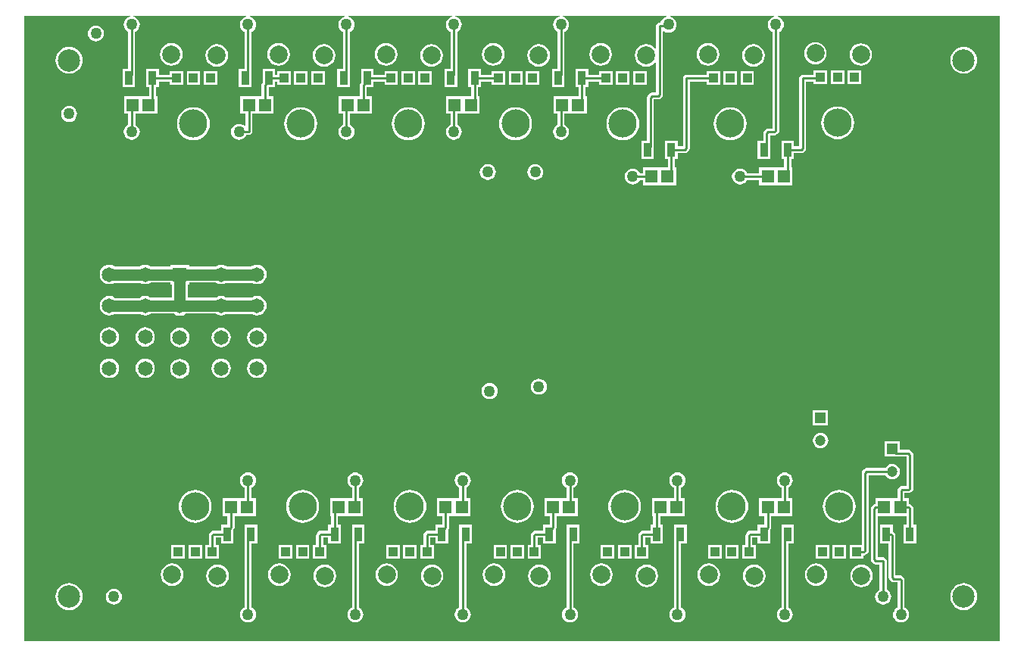
<source format=gbl>
G04*
G04 #@! TF.GenerationSoftware,Altium Limited,Altium Designer,20.2.6 (244)*
G04*
G04 Layer_Physical_Order=4*
G04 Layer_Color=16711680*
%FSLAX25Y25*%
%MOIN*%
G70*
G04*
G04 #@! TF.SameCoordinates,11A24C68-64DB-4881-A1EB-24DF76E2ADE5*
G04*
G04*
G04 #@! TF.FilePolarity,Positive*
G04*
G01*
G75*
%ADD12C,0.01000*%
%ADD25C,0.05000*%
%ADD26R,0.06496X0.06496*%
%ADD27C,0.06496*%
%ADD28R,0.04724X0.04724*%
%ADD29C,0.04724*%
%ADD30C,0.07874*%
%ADD31R,0.03937X0.03937*%
%ADD32C,0.12402*%
%ADD33C,0.05000*%
%ADD34C,0.09843*%
%ADD35R,0.03543X0.06102*%
%ADD36R,0.05500X0.05800*%
G36*
X547244Y118110D02*
X118110D01*
Y393701D01*
X164614D01*
X164646Y393201D01*
X164441Y393174D01*
X163589Y392821D01*
X162858Y392260D01*
X162297Y391529D01*
X161944Y390677D01*
X161824Y389764D01*
X161944Y388850D01*
X162297Y387999D01*
X162858Y387267D01*
X163589Y386706D01*
X163817Y386612D01*
Y370193D01*
X161303D01*
Y362090D01*
X166847D01*
Y367266D01*
X166876Y367413D01*
Y386606D01*
X167119Y386706D01*
X167851Y387267D01*
X168412Y387999D01*
X168764Y388850D01*
X168885Y389764D01*
X168764Y390677D01*
X168412Y391529D01*
X167851Y392260D01*
X167119Y392821D01*
X166268Y393174D01*
X166062Y393201D01*
X166095Y393701D01*
X215795D01*
X215828Y393201D01*
X215622Y393174D01*
X214770Y392821D01*
X214039Y392260D01*
X213478Y391529D01*
X213125Y390677D01*
X213005Y389764D01*
X213125Y388850D01*
X213478Y387999D01*
X214039Y387267D01*
X214770Y386706D01*
X214998Y386612D01*
Y370193D01*
X212484D01*
Y362090D01*
X218028D01*
Y367266D01*
X218057Y367413D01*
Y386606D01*
X218301Y386706D01*
X219032Y387267D01*
X219593Y387999D01*
X219945Y388850D01*
X220066Y389764D01*
X219945Y390677D01*
X219593Y391529D01*
X219032Y392260D01*
X218301Y392821D01*
X217449Y393174D01*
X217243Y393201D01*
X217276Y393701D01*
X259102D01*
X259135Y393201D01*
X258929Y393174D01*
X258077Y392821D01*
X257346Y392260D01*
X256785Y391529D01*
X256433Y390677D01*
X256312Y389764D01*
X256433Y388850D01*
X256785Y387999D01*
X257346Y387267D01*
X258077Y386706D01*
X258313Y386609D01*
Y378340D01*
X258305Y378300D01*
Y370193D01*
X255791D01*
Y362090D01*
X261335D01*
Y367266D01*
X261364Y367413D01*
Y378269D01*
X261372Y378308D01*
Y386609D01*
X261608Y386706D01*
X262339Y387267D01*
X262900Y387999D01*
X263252Y388850D01*
X263373Y389764D01*
X263252Y390677D01*
X262900Y391529D01*
X262339Y392260D01*
X261608Y392821D01*
X260756Y393174D01*
X260550Y393201D01*
X260583Y393701D01*
X306346D01*
X306379Y393201D01*
X306173Y393174D01*
X305322Y392821D01*
X304590Y392260D01*
X304029Y391529D01*
X303677Y390677D01*
X303556Y389764D01*
X303677Y388850D01*
X304029Y387999D01*
X304590Y387267D01*
X305322Y386706D01*
X305549Y386612D01*
Y370193D01*
X303035D01*
Y362090D01*
X308579D01*
Y367266D01*
X308608Y367413D01*
Y386606D01*
X308852Y386706D01*
X309583Y387267D01*
X310144Y387999D01*
X310496Y388850D01*
X310617Y389764D01*
X310496Y390677D01*
X310144Y391529D01*
X309583Y392260D01*
X308852Y392821D01*
X308000Y393174D01*
X307794Y393201D01*
X307827Y393701D01*
X353590D01*
X353623Y393201D01*
X353417Y393174D01*
X352566Y392821D01*
X351835Y392260D01*
X351273Y391529D01*
X350921Y390677D01*
X350800Y389764D01*
X350921Y388850D01*
X351273Y387999D01*
X351835Y387267D01*
X352566Y386706D01*
X352801Y386609D01*
Y372435D01*
X352793Y372395D01*
Y370193D01*
X350279D01*
Y362090D01*
X355823D01*
Y367266D01*
X355852Y367413D01*
Y372363D01*
X355860Y372403D01*
Y386609D01*
X356096Y386706D01*
X356827Y387267D01*
X357388Y387999D01*
X357741Y388850D01*
X357861Y389764D01*
X357741Y390677D01*
X357388Y391529D01*
X356827Y392260D01*
X356096Y392821D01*
X355244Y393174D01*
X355038Y393201D01*
X355071Y393701D01*
X400834D01*
X400867Y393201D01*
X400661Y393174D01*
X399810Y392821D01*
X399079Y392260D01*
X398518Y391529D01*
X398177Y390707D01*
X397638D01*
X397053Y390591D01*
X396556Y390259D01*
X396225Y389763D01*
X396108Y389178D01*
Y379370D01*
X395608Y379200D01*
X395253Y379663D01*
X394222Y380454D01*
X393021Y380952D01*
X391732Y381121D01*
X390443Y380952D01*
X389243Y380454D01*
X388211Y379663D01*
X387420Y378631D01*
X386922Y377431D01*
X386753Y376142D01*
X386922Y374853D01*
X387420Y373652D01*
X388211Y372621D01*
X389243Y371829D01*
X390443Y371332D01*
X391732Y371162D01*
X393021Y371332D01*
X394222Y371829D01*
X395253Y372621D01*
X395608Y373083D01*
X396108Y372914D01*
Y359797D01*
X394224D01*
X393638Y359681D01*
X393142Y359349D01*
X392556Y358763D01*
X392225Y358267D01*
X392108Y357682D01*
Y338697D01*
X389650D01*
Y330594D01*
X395193D01*
Y338697D01*
X395167D01*
Y356738D01*
X397052D01*
X397637Y356855D01*
X398133Y357186D01*
X398719Y357772D01*
X399051Y358268D01*
X399167Y358854D01*
Y386634D01*
X399616Y386856D01*
X399810Y386706D01*
X400661Y386354D01*
X401575Y386234D01*
X402489Y386354D01*
X403340Y386706D01*
X404071Y387267D01*
X404632Y387999D01*
X404985Y388850D01*
X405105Y389764D01*
X404985Y390677D01*
X404632Y391529D01*
X404071Y392260D01*
X403340Y392821D01*
X402489Y393174D01*
X402283Y393201D01*
X402315Y393701D01*
X448078D01*
X448111Y393201D01*
X447905Y393174D01*
X447054Y392821D01*
X446323Y392260D01*
X445762Y391529D01*
X445409Y390677D01*
X445289Y389764D01*
X445409Y388850D01*
X445762Y387999D01*
X446323Y387267D01*
X447054Y386706D01*
X447290Y386609D01*
Y344049D01*
X445468D01*
X444882Y343933D01*
X444386Y343601D01*
X443793Y343007D01*
X443461Y342511D01*
X443345Y341926D01*
Y338697D01*
X440831D01*
Y330594D01*
X446374D01*
Y335770D01*
X446403Y335917D01*
Y340990D01*
X448233D01*
X448818Y341107D01*
X449314Y341438D01*
X449900Y342024D01*
X450232Y342520D01*
X450348Y343106D01*
Y386609D01*
X450584Y386706D01*
X451315Y387267D01*
X451876Y387999D01*
X452229Y388850D01*
X452349Y389764D01*
X452229Y390677D01*
X451876Y391529D01*
X451315Y392260D01*
X450584Y392821D01*
X449733Y393174D01*
X449527Y393201D01*
X449559Y393701D01*
X547244D01*
Y118110D01*
D02*
G37*
%LPC*%
G36*
X149606Y389357D02*
X148693Y389237D01*
X147841Y388884D01*
X147110Y388323D01*
X146549Y387592D01*
X146196Y386740D01*
X146076Y385827D01*
X146196Y384913D01*
X146549Y384062D01*
X147110Y383330D01*
X147841Y382769D01*
X148693Y382417D01*
X149606Y382297D01*
X150520Y382417D01*
X151371Y382769D01*
X152102Y383330D01*
X152664Y384062D01*
X153016Y384913D01*
X153137Y385827D01*
X153016Y386740D01*
X152664Y387592D01*
X152102Y388323D01*
X151371Y388884D01*
X150520Y389237D01*
X149606Y389357D01*
D02*
G37*
G36*
X466221Y382047D02*
X464932Y381877D01*
X463731Y381379D01*
X462699Y380588D01*
X461908Y379557D01*
X461411Y378356D01*
X461241Y377067D01*
X461411Y375778D01*
X461908Y374577D01*
X462699Y373546D01*
X463731Y372755D01*
X464932Y372257D01*
X466221Y372087D01*
X467509Y372257D01*
X468710Y372755D01*
X469742Y373546D01*
X470533Y374577D01*
X471030Y375778D01*
X471200Y377067D01*
X471030Y378356D01*
X470533Y379557D01*
X469742Y380588D01*
X468710Y381379D01*
X467509Y381877D01*
X466221Y382047D01*
D02*
G37*
G36*
X418976Y381653D02*
X417688Y381483D01*
X416487Y380986D01*
X415455Y380194D01*
X414664Y379163D01*
X414166Y377962D01*
X413997Y376673D01*
X414166Y375384D01*
X414664Y374183D01*
X415455Y373152D01*
X416487Y372361D01*
X417688Y371863D01*
X418976Y371694D01*
X420265Y371863D01*
X421466Y372361D01*
X422498Y373152D01*
X423289Y374183D01*
X423786Y375384D01*
X423956Y376673D01*
X423786Y377962D01*
X423289Y379163D01*
X422498Y380194D01*
X421466Y380986D01*
X420265Y381483D01*
X418976Y381653D01*
D02*
G37*
G36*
X371732D02*
X370444Y381483D01*
X369243Y380986D01*
X368211Y380194D01*
X367420Y379163D01*
X366922Y377962D01*
X366753Y376673D01*
X366922Y375384D01*
X367420Y374183D01*
X368211Y373152D01*
X369243Y372361D01*
X370444Y371863D01*
X371732Y371694D01*
X373021Y371863D01*
X374222Y372361D01*
X375253Y373152D01*
X376045Y374183D01*
X376542Y375384D01*
X376712Y376673D01*
X376542Y377962D01*
X376045Y379163D01*
X375253Y380194D01*
X374222Y380986D01*
X373021Y381483D01*
X371732Y381653D01*
D02*
G37*
G36*
X324488D02*
X323199Y381483D01*
X321998Y380986D01*
X320967Y380194D01*
X320176Y379163D01*
X319678Y377962D01*
X319509Y376673D01*
X319678Y375384D01*
X320176Y374183D01*
X320967Y373152D01*
X321998Y372361D01*
X323199Y371863D01*
X324488Y371694D01*
X325777Y371863D01*
X326978Y372361D01*
X328009Y373152D01*
X328801Y374183D01*
X329298Y375384D01*
X329468Y376673D01*
X329298Y377962D01*
X328801Y379163D01*
X328009Y380194D01*
X326978Y380986D01*
X325777Y381483D01*
X324488Y381653D01*
D02*
G37*
G36*
X277244D02*
X275955Y381483D01*
X274754Y380986D01*
X273723Y380194D01*
X272932Y379163D01*
X272434Y377962D01*
X272265Y376673D01*
X272434Y375384D01*
X272932Y374183D01*
X273723Y373152D01*
X274754Y372361D01*
X275955Y371863D01*
X277244Y371694D01*
X278533Y371863D01*
X279734Y372361D01*
X280765Y373152D01*
X281557Y374183D01*
X282054Y375384D01*
X282224Y376673D01*
X282054Y377962D01*
X281557Y379163D01*
X280765Y380194D01*
X279734Y380986D01*
X278533Y381483D01*
X277244Y381653D01*
D02*
G37*
G36*
X230000D02*
X228711Y381483D01*
X227510Y380986D01*
X226479Y380194D01*
X225688Y379163D01*
X225190Y377962D01*
X225020Y376673D01*
X225190Y375384D01*
X225688Y374183D01*
X226479Y373152D01*
X227510Y372361D01*
X228711Y371863D01*
X230000Y371694D01*
X231289Y371863D01*
X232490Y372361D01*
X233521Y373152D01*
X234313Y374183D01*
X234810Y375384D01*
X234980Y376673D01*
X234810Y377962D01*
X234313Y379163D01*
X233521Y380194D01*
X232490Y380986D01*
X231289Y381483D01*
X230000Y381653D01*
D02*
G37*
G36*
X182756D02*
X181467Y381483D01*
X180266Y380986D01*
X179235Y380194D01*
X178443Y379163D01*
X177946Y377962D01*
X177776Y376673D01*
X177946Y375384D01*
X178443Y374183D01*
X179235Y373152D01*
X180266Y372361D01*
X181467Y371863D01*
X182756Y371694D01*
X184045Y371863D01*
X185246Y372361D01*
X186277Y373152D01*
X187068Y374183D01*
X187566Y375384D01*
X187735Y376673D01*
X187566Y377962D01*
X187068Y379163D01*
X186277Y380194D01*
X185246Y380986D01*
X184045Y381483D01*
X182756Y381653D01*
D02*
G37*
G36*
X486221Y381515D02*
X484932Y381345D01*
X483731Y380848D01*
X482699Y380057D01*
X481908Y379025D01*
X481411Y377824D01*
X481241Y376535D01*
X481411Y375247D01*
X481908Y374046D01*
X482699Y373014D01*
X483731Y372223D01*
X484932Y371726D01*
X486221Y371556D01*
X487509Y371726D01*
X488710Y372223D01*
X489742Y373014D01*
X490533Y374046D01*
X491030Y375247D01*
X491200Y376535D01*
X491030Y377824D01*
X490533Y379025D01*
X489742Y380057D01*
X488710Y380848D01*
X487509Y381345D01*
X486221Y381515D01*
D02*
G37*
G36*
X438976Y381121D02*
X437688Y380952D01*
X436487Y380454D01*
X435455Y379663D01*
X434664Y378631D01*
X434166Y377431D01*
X433997Y376142D01*
X434166Y374853D01*
X434664Y373652D01*
X435455Y372621D01*
X436487Y371829D01*
X437688Y371332D01*
X438976Y371162D01*
X440265Y371332D01*
X441466Y371829D01*
X442497Y372621D01*
X443289Y373652D01*
X443786Y374853D01*
X443956Y376142D01*
X443786Y377431D01*
X443289Y378631D01*
X442497Y379663D01*
X441466Y380454D01*
X440265Y380952D01*
X438976Y381121D01*
D02*
G37*
G36*
X344488D02*
X343199Y380952D01*
X341998Y380454D01*
X340967Y379663D01*
X340176Y378631D01*
X339678Y377431D01*
X339509Y376142D01*
X339678Y374853D01*
X340176Y373652D01*
X340967Y372621D01*
X341998Y371829D01*
X343199Y371332D01*
X344488Y371162D01*
X345777Y371332D01*
X346978Y371829D01*
X348009Y372621D01*
X348801Y373652D01*
X349298Y374853D01*
X349468Y376142D01*
X349298Y377431D01*
X348801Y378631D01*
X348009Y379663D01*
X346978Y380454D01*
X345777Y380952D01*
X344488Y381121D01*
D02*
G37*
G36*
X297244D02*
X295955Y380952D01*
X294754Y380454D01*
X293723Y379663D01*
X292932Y378631D01*
X292434Y377431D01*
X292265Y376142D01*
X292434Y374853D01*
X292932Y373652D01*
X293723Y372621D01*
X294754Y371829D01*
X295955Y371332D01*
X297244Y371162D01*
X298533Y371332D01*
X299734Y371829D01*
X300765Y372621D01*
X301557Y373652D01*
X302054Y374853D01*
X302224Y376142D01*
X302054Y377431D01*
X301557Y378631D01*
X300765Y379663D01*
X299734Y380454D01*
X298533Y380952D01*
X297244Y381121D01*
D02*
G37*
G36*
X250000D02*
X248711Y380952D01*
X247510Y380454D01*
X246479Y379663D01*
X245688Y378631D01*
X245190Y377431D01*
X245020Y376142D01*
X245190Y374853D01*
X245688Y373652D01*
X246479Y372621D01*
X247510Y371829D01*
X248711Y371332D01*
X250000Y371162D01*
X251289Y371332D01*
X252490Y371829D01*
X253521Y372621D01*
X254312Y373652D01*
X254810Y374853D01*
X254980Y376142D01*
X254810Y377431D01*
X254312Y378631D01*
X253521Y379663D01*
X252490Y380454D01*
X251289Y380952D01*
X250000Y381121D01*
D02*
G37*
G36*
X202756D02*
X201467Y380952D01*
X200266Y380454D01*
X199235Y379663D01*
X198443Y378631D01*
X197946Y377431D01*
X197776Y376142D01*
X197946Y374853D01*
X198443Y373652D01*
X199235Y372621D01*
X200266Y371829D01*
X201467Y371332D01*
X202756Y371162D01*
X204045Y371332D01*
X205246Y371829D01*
X206277Y372621D01*
X207068Y373652D01*
X207566Y374853D01*
X207735Y376142D01*
X207566Y377431D01*
X207068Y378631D01*
X206277Y379663D01*
X205246Y380454D01*
X204045Y380952D01*
X202756Y381121D01*
D02*
G37*
G36*
X531496Y379966D02*
X530335Y379851D01*
X529219Y379513D01*
X528191Y378963D01*
X527289Y378223D01*
X526549Y377321D01*
X525999Y376293D01*
X525661Y375177D01*
X525546Y374016D01*
X525661Y372855D01*
X525999Y371739D01*
X526549Y370710D01*
X527289Y369809D01*
X528191Y369069D01*
X529219Y368519D01*
X530335Y368180D01*
X531496Y368066D01*
X532657Y368180D01*
X533773Y368519D01*
X534802Y369069D01*
X535703Y369809D01*
X536443Y370710D01*
X536993Y371739D01*
X537332Y372855D01*
X537446Y374016D01*
X537332Y375177D01*
X536993Y376293D01*
X536443Y377321D01*
X535703Y378223D01*
X534802Y378963D01*
X533773Y379513D01*
X532657Y379851D01*
X531496Y379966D01*
D02*
G37*
G36*
X137795D02*
X136635Y379851D01*
X135518Y379513D01*
X134490Y378963D01*
X133588Y378223D01*
X132848Y377321D01*
X132298Y376293D01*
X131960Y375177D01*
X131845Y374016D01*
X131960Y372855D01*
X132298Y371739D01*
X132848Y370710D01*
X133588Y369809D01*
X134490Y369069D01*
X135518Y368519D01*
X136635Y368180D01*
X137795Y368066D01*
X138956Y368180D01*
X140072Y368519D01*
X141101Y369069D01*
X142002Y369809D01*
X142743Y370710D01*
X143292Y371739D01*
X143631Y372855D01*
X143745Y374016D01*
X143631Y375177D01*
X143292Y376293D01*
X142743Y377321D01*
X142002Y378223D01*
X141101Y378963D01*
X140072Y379513D01*
X138956Y379851D01*
X137795Y379966D01*
D02*
G37*
G36*
X486433Y369504D02*
X480496D01*
Y363567D01*
X486433D01*
Y369504D01*
D02*
G37*
G36*
X478953D02*
X473016D01*
Y363567D01*
X478953D01*
Y369504D01*
D02*
G37*
G36*
X471472D02*
X465535D01*
Y367671D01*
X460630D01*
X460045Y367555D01*
X459549Y367223D01*
X459217Y366727D01*
X459100Y366142D01*
Y336175D01*
X456807D01*
Y338697D01*
X451264D01*
Y330594D01*
X452506D01*
Y326735D01*
X441523D01*
Y324364D01*
X436226D01*
X436128Y324600D01*
X435567Y325331D01*
X434836Y325892D01*
X433985Y326245D01*
X433071Y326365D01*
X432157Y326245D01*
X431306Y325892D01*
X430575Y325331D01*
X430014Y324600D01*
X429661Y323748D01*
X429541Y322835D01*
X429661Y321921D01*
X430014Y321070D01*
X430575Y320338D01*
X431306Y319777D01*
X432157Y319425D01*
X433071Y319304D01*
X433985Y319425D01*
X434836Y319777D01*
X435567Y320338D01*
X436128Y321070D01*
X436226Y321305D01*
X441523D01*
Y318935D01*
X456115D01*
Y326735D01*
X455565D01*
Y330594D01*
X456807D01*
Y333116D01*
X460044D01*
X460629Y333233D01*
X461126Y333564D01*
X461711Y334150D01*
X462043Y334646D01*
X462159Y335231D01*
Y364612D01*
X465535D01*
Y363567D01*
X471472D01*
Y369504D01*
D02*
G37*
G36*
X439189Y369110D02*
X433252D01*
Y363173D01*
X439189D01*
Y369110D01*
D02*
G37*
G36*
X431709D02*
X425772D01*
Y363173D01*
X431709D01*
Y369110D01*
D02*
G37*
G36*
X424228D02*
X418291D01*
Y367671D01*
X409449D01*
X408863Y367555D01*
X408367Y367223D01*
X408036Y366727D01*
X407919Y366142D01*
Y336175D01*
X405626D01*
Y338697D01*
X400083D01*
Y330594D01*
X401325D01*
Y326735D01*
X390341D01*
Y324364D01*
X388982D01*
X388884Y324600D01*
X388323Y325331D01*
X387592Y325892D01*
X386740Y326245D01*
X385827Y326365D01*
X384913Y326245D01*
X384062Y325892D01*
X383330Y325331D01*
X382769Y324600D01*
X382417Y323748D01*
X382297Y322835D01*
X382417Y321921D01*
X382769Y321070D01*
X383330Y320338D01*
X384062Y319777D01*
X384913Y319425D01*
X385827Y319304D01*
X386740Y319425D01*
X387592Y319777D01*
X388323Y320338D01*
X388884Y321070D01*
X388982Y321305D01*
X390341D01*
Y318935D01*
X404934D01*
Y326735D01*
X404384D01*
Y330594D01*
X405626D01*
Y333116D01*
X408863D01*
X409448Y333233D01*
X409944Y333564D01*
X410530Y334150D01*
X410862Y334646D01*
X410978Y335231D01*
Y364612D01*
X418291D01*
Y363173D01*
X424228D01*
Y369110D01*
D02*
G37*
G36*
X391945D02*
X386008D01*
Y363173D01*
X391945D01*
Y369110D01*
D02*
G37*
G36*
X384465D02*
X378528D01*
Y363173D01*
X384465D01*
Y369110D01*
D02*
G37*
G36*
X366256Y370193D02*
X360713D01*
Y362090D01*
X361955D01*
Y358231D01*
X350971D01*
Y350431D01*
X352801D01*
Y345675D01*
X352566Y345577D01*
X351835Y345016D01*
X351273Y344285D01*
X350921Y343433D01*
X350800Y342520D01*
X350921Y341606D01*
X351273Y340755D01*
X351835Y340023D01*
X352566Y339462D01*
X353417Y339110D01*
X354331Y338989D01*
X355244Y339110D01*
X356096Y339462D01*
X356827Y340023D01*
X357388Y340755D01*
X357741Y341606D01*
X357861Y342520D01*
X357741Y343433D01*
X357388Y344285D01*
X356827Y345016D01*
X356096Y345577D01*
X355860Y345675D01*
Y350431D01*
X365564D01*
Y358231D01*
X365014D01*
Y362090D01*
X366256D01*
Y364612D01*
X371047D01*
Y363173D01*
X376984D01*
Y369110D01*
X371047D01*
Y367671D01*
X366256D01*
Y370193D01*
D02*
G37*
G36*
X344701Y369110D02*
X338764D01*
Y363173D01*
X344701D01*
Y369110D01*
D02*
G37*
G36*
X337221D02*
X331283D01*
Y363173D01*
X337221D01*
Y369110D01*
D02*
G37*
G36*
X319012Y370193D02*
X313469D01*
Y362090D01*
X314711D01*
Y358231D01*
X303727D01*
Y350431D01*
X305557D01*
Y345675D01*
X305322Y345577D01*
X304590Y345016D01*
X304029Y344285D01*
X303677Y343433D01*
X303556Y342520D01*
X303677Y341606D01*
X304029Y340755D01*
X304590Y340023D01*
X305322Y339462D01*
X306173Y339110D01*
X307087Y338989D01*
X308000Y339110D01*
X308852Y339462D01*
X309583Y340023D01*
X310144Y340755D01*
X310496Y341606D01*
X310617Y342520D01*
X310496Y343433D01*
X310144Y344285D01*
X309583Y345016D01*
X308852Y345577D01*
X308616Y345675D01*
Y350431D01*
X318320D01*
Y358231D01*
X317770D01*
Y362090D01*
X319012D01*
Y364612D01*
X323803D01*
Y363173D01*
X329740D01*
Y369110D01*
X323803D01*
Y367671D01*
X319012D01*
Y370193D01*
D02*
G37*
G36*
X297457Y369110D02*
X291520D01*
Y363173D01*
X297457D01*
Y369110D01*
D02*
G37*
G36*
X289976D02*
X284039D01*
Y363173D01*
X289976D01*
Y369110D01*
D02*
G37*
G36*
X271768Y370193D02*
X266224D01*
Y364244D01*
X265913Y363777D01*
X265796Y363192D01*
Y358231D01*
X256483D01*
Y350431D01*
X258313D01*
Y345675D01*
X258077Y345577D01*
X257346Y345016D01*
X256785Y344285D01*
X256433Y343433D01*
X256312Y342520D01*
X256433Y341606D01*
X256785Y340755D01*
X257346Y340023D01*
X258077Y339462D01*
X258929Y339110D01*
X259842Y338989D01*
X260756Y339110D01*
X261608Y339462D01*
X262339Y340023D01*
X262900Y340755D01*
X263252Y341606D01*
X263373Y342520D01*
X263252Y343433D01*
X262900Y344285D01*
X262339Y345016D01*
X261608Y345577D01*
X261372Y345675D01*
Y350431D01*
X271076D01*
Y358231D01*
X268855D01*
Y362090D01*
X271768D01*
Y364612D01*
X276559D01*
Y363173D01*
X282496D01*
Y369110D01*
X276559D01*
Y367671D01*
X271768D01*
Y370193D01*
D02*
G37*
G36*
X250213Y369110D02*
X244276D01*
Y363173D01*
X250213D01*
Y369110D01*
D02*
G37*
G36*
X242732D02*
X236795D01*
Y363173D01*
X242732D01*
Y369110D01*
D02*
G37*
G36*
X228461Y370193D02*
X222917D01*
Y364244D01*
X222606Y363777D01*
X222489Y363192D01*
Y358231D01*
X213176D01*
Y350431D01*
X215397D01*
Y345414D01*
X214897Y345168D01*
X214364Y345577D01*
X213512Y345930D01*
X212598Y346050D01*
X211685Y345930D01*
X210833Y345577D01*
X210102Y345016D01*
X209541Y344285D01*
X209189Y343433D01*
X209068Y342520D01*
X209189Y341606D01*
X209541Y340755D01*
X210102Y340023D01*
X210833Y339462D01*
X211685Y339110D01*
X212598Y338989D01*
X213512Y339110D01*
X214364Y339462D01*
X215095Y340023D01*
X215656Y340755D01*
X215806Y341118D01*
X216926D01*
X217511Y341235D01*
X218007Y341566D01*
X218339Y342062D01*
X218455Y342648D01*
Y350431D01*
X227769D01*
Y358231D01*
X225548D01*
Y362090D01*
X228461D01*
Y364612D01*
X229315D01*
Y363173D01*
X235252D01*
Y369110D01*
X229315D01*
Y367671D01*
X228461D01*
Y370193D01*
D02*
G37*
G36*
X202969Y369110D02*
X197031D01*
Y363173D01*
X202969D01*
Y369110D01*
D02*
G37*
G36*
X195488D02*
X189551D01*
Y363173D01*
X195488D01*
Y369110D01*
D02*
G37*
G36*
X177279Y370193D02*
X171736D01*
Y362090D01*
X172978D01*
Y358231D01*
X161995D01*
Y350431D01*
X163825D01*
Y345675D01*
X163589Y345577D01*
X162858Y345016D01*
X162297Y344285D01*
X161944Y343433D01*
X161824Y342520D01*
X161944Y341606D01*
X162297Y340755D01*
X162858Y340023D01*
X163589Y339462D01*
X164441Y339110D01*
X165354Y338989D01*
X166268Y339110D01*
X167119Y339462D01*
X167851Y340023D01*
X168412Y340755D01*
X168764Y341606D01*
X168885Y342520D01*
X168764Y343433D01*
X168412Y344285D01*
X167851Y345016D01*
X167119Y345577D01*
X166884Y345675D01*
Y350431D01*
X176588D01*
Y358231D01*
X176037D01*
Y362090D01*
X177279D01*
Y364612D01*
X182071D01*
Y363173D01*
X188008D01*
Y369110D01*
X182071D01*
Y367671D01*
X177279D01*
Y370193D01*
D02*
G37*
G36*
X137795Y353924D02*
X136882Y353804D01*
X136030Y353451D01*
X135299Y352890D01*
X134738Y352159D01*
X134385Y351307D01*
X134265Y350394D01*
X134385Y349480D01*
X134738Y348629D01*
X135299Y347898D01*
X136030Y347337D01*
X136882Y346984D01*
X137795Y346864D01*
X138709Y346984D01*
X139560Y347337D01*
X140292Y347898D01*
X140852Y348629D01*
X141205Y349480D01*
X141325Y350394D01*
X141205Y351307D01*
X140852Y352159D01*
X140292Y352890D01*
X139560Y353451D01*
X138709Y353804D01*
X137795Y353924D01*
D02*
G37*
G36*
X475984Y353692D02*
X474573Y353553D01*
X473215Y353141D01*
X471964Y352473D01*
X470868Y351573D01*
X469968Y350477D01*
X469299Y349226D01*
X468888Y347868D01*
X468749Y346457D01*
X468888Y345045D01*
X469299Y343688D01*
X469968Y342437D01*
X470868Y341340D01*
X471964Y340441D01*
X473215Y339772D01*
X474573Y339360D01*
X475984Y339221D01*
X477396Y339360D01*
X478753Y339772D01*
X480004Y340441D01*
X481101Y341340D01*
X482000Y342437D01*
X482669Y343688D01*
X483081Y345045D01*
X483220Y346457D01*
X483081Y347868D01*
X482669Y349226D01*
X482000Y350477D01*
X481101Y351573D01*
X480004Y352473D01*
X478753Y353141D01*
X477396Y353553D01*
X475984Y353692D01*
D02*
G37*
G36*
X428740Y353299D02*
X427328Y353160D01*
X425971Y352748D01*
X424720Y352079D01*
X423624Y351179D01*
X422724Y350083D01*
X422055Y348832D01*
X421644Y347475D01*
X421504Y346063D01*
X421644Y344651D01*
X422055Y343294D01*
X422724Y342043D01*
X423624Y340947D01*
X424720Y340047D01*
X425971Y339378D01*
X427328Y338966D01*
X428740Y338827D01*
X430152Y338966D01*
X431509Y339378D01*
X432760Y340047D01*
X433856Y340947D01*
X434756Y342043D01*
X435425Y343294D01*
X435837Y344651D01*
X435976Y346063D01*
X435837Y347475D01*
X435425Y348832D01*
X434756Y350083D01*
X433856Y351179D01*
X432760Y352079D01*
X431509Y352748D01*
X430152Y353160D01*
X428740Y353299D01*
D02*
G37*
G36*
X381496D02*
X380084Y353160D01*
X378727Y352748D01*
X377476Y352079D01*
X376380Y351179D01*
X375480Y350083D01*
X374811Y348832D01*
X374399Y347475D01*
X374260Y346063D01*
X374399Y344651D01*
X374811Y343294D01*
X375480Y342043D01*
X376380Y340947D01*
X377476Y340047D01*
X378727Y339378D01*
X380084Y338966D01*
X381496Y338827D01*
X382908Y338966D01*
X384265Y339378D01*
X385516Y340047D01*
X386612Y340947D01*
X387512Y342043D01*
X388181Y343294D01*
X388593Y344651D01*
X388732Y346063D01*
X388593Y347475D01*
X388181Y348832D01*
X387512Y350083D01*
X386612Y351179D01*
X385516Y352079D01*
X384265Y352748D01*
X382908Y353160D01*
X381496Y353299D01*
D02*
G37*
G36*
X334252D02*
X332840Y353160D01*
X331483Y352748D01*
X330232Y352079D01*
X329136Y351179D01*
X328236Y350083D01*
X327567Y348832D01*
X327155Y347475D01*
X327016Y346063D01*
X327155Y344651D01*
X327567Y343294D01*
X328236Y342043D01*
X329136Y340947D01*
X330232Y340047D01*
X331483Y339378D01*
X332840Y338966D01*
X334252Y338827D01*
X335664Y338966D01*
X337021Y339378D01*
X338272Y340047D01*
X339368Y340947D01*
X340268Y342043D01*
X340937Y343294D01*
X341349Y344651D01*
X341488Y346063D01*
X341349Y347475D01*
X340937Y348832D01*
X340268Y350083D01*
X339368Y351179D01*
X338272Y352079D01*
X337021Y352748D01*
X335664Y353160D01*
X334252Y353299D01*
D02*
G37*
G36*
X287008D02*
X285596Y353160D01*
X284239Y352748D01*
X282988Y352079D01*
X281891Y351179D01*
X280992Y350083D01*
X280323Y348832D01*
X279911Y347475D01*
X279772Y346063D01*
X279911Y344651D01*
X280323Y343294D01*
X280992Y342043D01*
X281891Y340947D01*
X282988Y340047D01*
X284239Y339378D01*
X285596Y338966D01*
X287008Y338827D01*
X288420Y338966D01*
X289777Y339378D01*
X291028Y340047D01*
X292124Y340947D01*
X293024Y342043D01*
X293693Y343294D01*
X294105Y344651D01*
X294244Y346063D01*
X294105Y347475D01*
X293693Y348832D01*
X293024Y350083D01*
X292124Y351179D01*
X291028Y352079D01*
X289777Y352748D01*
X288420Y353160D01*
X287008Y353299D01*
D02*
G37*
G36*
X239764D02*
X238352Y353160D01*
X236995Y352748D01*
X235744Y352079D01*
X234647Y351179D01*
X233748Y350083D01*
X233079Y348832D01*
X232667Y347475D01*
X232528Y346063D01*
X232667Y344651D01*
X233079Y343294D01*
X233748Y342043D01*
X234647Y340947D01*
X235744Y340047D01*
X236995Y339378D01*
X238352Y338966D01*
X239764Y338827D01*
X241175Y338966D01*
X242533Y339378D01*
X243784Y340047D01*
X244880Y340947D01*
X245780Y342043D01*
X246449Y343294D01*
X246860Y344651D01*
X246999Y346063D01*
X246860Y347475D01*
X246449Y348832D01*
X245780Y350083D01*
X244880Y351179D01*
X243784Y352079D01*
X242533Y352748D01*
X241175Y353160D01*
X239764Y353299D01*
D02*
G37*
G36*
X192520D02*
X191108Y353160D01*
X189751Y352748D01*
X188500Y352079D01*
X187403Y351179D01*
X186504Y350083D01*
X185835Y348832D01*
X185423Y347475D01*
X185284Y346063D01*
X185423Y344651D01*
X185835Y343294D01*
X186504Y342043D01*
X187403Y340947D01*
X188500Y340047D01*
X189751Y339378D01*
X191108Y338966D01*
X192520Y338827D01*
X193931Y338966D01*
X195289Y339378D01*
X196540Y340047D01*
X197636Y340947D01*
X198536Y342043D01*
X199205Y343294D01*
X199616Y344651D01*
X199755Y346063D01*
X199616Y347475D01*
X199205Y348832D01*
X198536Y350083D01*
X197636Y351179D01*
X196540Y352079D01*
X195289Y352748D01*
X193931Y353160D01*
X192520Y353299D01*
D02*
G37*
G36*
X342957Y328333D02*
X342043Y328213D01*
X341192Y327860D01*
X340460Y327299D01*
X339899Y326568D01*
X339547Y325717D01*
X339427Y324803D01*
X339547Y323889D01*
X339899Y323038D01*
X340460Y322307D01*
X341192Y321746D01*
X342043Y321393D01*
X342957Y321273D01*
X343870Y321393D01*
X344722Y321746D01*
X345453Y322307D01*
X346014Y323038D01*
X346367Y323889D01*
X346487Y324803D01*
X346367Y325717D01*
X346014Y326568D01*
X345453Y327299D01*
X344722Y327860D01*
X343870Y328213D01*
X342957Y328333D01*
D02*
G37*
G36*
X322070D02*
X321156Y328213D01*
X320305Y327860D01*
X319574Y327299D01*
X319013Y326568D01*
X318660Y325717D01*
X318540Y324803D01*
X318660Y323889D01*
X319013Y323038D01*
X319574Y322307D01*
X320305Y321746D01*
X321156Y321393D01*
X322070Y321273D01*
X322984Y321393D01*
X323835Y321746D01*
X324566Y322307D01*
X325127Y323038D01*
X325480Y323889D01*
X325600Y324803D01*
X325480Y325717D01*
X325127Y326568D01*
X324566Y327299D01*
X323835Y327860D01*
X322984Y328213D01*
X322070Y328333D01*
D02*
G37*
G36*
X220472Y283997D02*
X219363Y283851D01*
X218330Y283423D01*
X217854Y283058D01*
X207343D01*
X206867Y283423D01*
X205833Y283851D01*
X204724Y283997D01*
X203615Y283851D01*
X202582Y283423D01*
X202348Y283244D01*
X190790D01*
Y283776D01*
X182294D01*
Y283244D01*
X173636D01*
X173402Y283423D01*
X172369Y283851D01*
X171260Y283997D01*
X170151Y283851D01*
X169117Y283423D01*
X168641Y283058D01*
X158131D01*
X157654Y283423D01*
X156621Y283851D01*
X155512Y283997D01*
X154403Y283851D01*
X153369Y283423D01*
X152482Y282742D01*
X151801Y281855D01*
X151373Y280822D01*
X151227Y279713D01*
X151373Y278604D01*
X151801Y277570D01*
X152482Y276683D01*
X153369Y276002D01*
X154403Y275574D01*
X155512Y275428D01*
X156621Y275574D01*
X157643Y275997D01*
X169129D01*
X170151Y275574D01*
X171260Y275428D01*
X172369Y275574D01*
X173402Y276002D01*
X173639Y276183D01*
X182294D01*
Y275279D01*
X183012D01*
Y269464D01*
X173636D01*
X173402Y269644D01*
X172369Y270072D01*
X171260Y270218D01*
X170151Y270072D01*
X169117Y269644D01*
X168618Y269261D01*
X158153D01*
X157654Y269644D01*
X156621Y270072D01*
X155512Y270218D01*
X154403Y270072D01*
X153369Y269644D01*
X152482Y268963D01*
X151801Y268075D01*
X151373Y267042D01*
X151227Y265933D01*
X151373Y264824D01*
X151801Y263791D01*
X152482Y262903D01*
X153369Y262222D01*
X154403Y261794D01*
X155512Y261648D01*
X156621Y261794D01*
X157601Y262200D01*
X169171D01*
X170151Y261794D01*
X171260Y261648D01*
X172369Y261794D01*
X173402Y262222D01*
X173639Y262404D01*
X183922D01*
X184400Y262037D01*
X185433Y261609D01*
X186542Y261463D01*
X187651Y261609D01*
X188685Y262037D01*
X189162Y262404D01*
X202346D01*
X202582Y262222D01*
X203615Y261794D01*
X204724Y261648D01*
X205833Y261794D01*
X206867Y262222D01*
X207010Y262332D01*
X218187D01*
X218330Y262222D01*
X219363Y261794D01*
X220472Y261648D01*
X221581Y261794D01*
X222615Y262222D01*
X223502Y262903D01*
X224183Y263791D01*
X224611Y264824D01*
X224757Y265933D01*
X224611Y267042D01*
X224183Y268075D01*
X223502Y268963D01*
X222615Y269644D01*
X221581Y270072D01*
X220472Y270218D01*
X219363Y270072D01*
X218330Y269644D01*
X218003Y269393D01*
X207194D01*
X206867Y269644D01*
X205833Y270072D01*
X204724Y270218D01*
X203615Y270072D01*
X202582Y269644D01*
X202348Y269464D01*
X190073D01*
Y275279D01*
X190790D01*
Y276183D01*
X202346D01*
X202582Y276002D01*
X203615Y275574D01*
X204724Y275428D01*
X205833Y275574D01*
X206856Y275997D01*
X218341D01*
X219363Y275574D01*
X220472Y275428D01*
X221581Y275574D01*
X222615Y276002D01*
X223502Y276683D01*
X224183Y277570D01*
X224611Y278604D01*
X224757Y279713D01*
X224611Y280822D01*
X224183Y281855D01*
X223502Y282742D01*
X222615Y283423D01*
X221581Y283851D01*
X220472Y283997D01*
D02*
G37*
G36*
X171260Y256438D02*
X170151Y256292D01*
X169117Y255864D01*
X168230Y255183D01*
X167549Y254296D01*
X167121Y253262D01*
X166975Y252153D01*
X167121Y251045D01*
X167549Y250011D01*
X168230Y249124D01*
X169117Y248443D01*
X170151Y248015D01*
X171260Y247869D01*
X172369Y248015D01*
X173402Y248443D01*
X174290Y249124D01*
X174970Y250011D01*
X175399Y251045D01*
X175545Y252153D01*
X175399Y253262D01*
X174970Y254296D01*
X174290Y255183D01*
X173402Y255864D01*
X172369Y256292D01*
X171260Y256438D01*
D02*
G37*
G36*
X155512D02*
X154403Y256292D01*
X153369Y255864D01*
X152482Y255183D01*
X151801Y254296D01*
X151373Y253262D01*
X151227Y252153D01*
X151373Y251045D01*
X151801Y250011D01*
X152482Y249124D01*
X153369Y248443D01*
X154403Y248015D01*
X155512Y247869D01*
X156621Y248015D01*
X157654Y248443D01*
X158542Y249124D01*
X159222Y250011D01*
X159651Y251045D01*
X159797Y252153D01*
X159651Y253262D01*
X159222Y254296D01*
X158542Y255183D01*
X157654Y255864D01*
X156621Y256292D01*
X155512Y256438D01*
D02*
G37*
G36*
X220472Y256253D02*
X219363Y256107D01*
X218330Y255679D01*
X217443Y254998D01*
X216762Y254111D01*
X216334Y253078D01*
X216188Y251969D01*
X216334Y250859D01*
X216762Y249826D01*
X217443Y248939D01*
X218330Y248258D01*
X219363Y247830D01*
X220472Y247684D01*
X221581Y247830D01*
X222615Y248258D01*
X223502Y248939D01*
X224183Y249826D01*
X224611Y250859D01*
X224757Y251969D01*
X224611Y253078D01*
X224183Y254111D01*
X223502Y254998D01*
X222615Y255679D01*
X221581Y256107D01*
X220472Y256253D01*
D02*
G37*
G36*
X204724D02*
X203615Y256107D01*
X202582Y255679D01*
X201695Y254998D01*
X201014Y254111D01*
X200586Y253078D01*
X200440Y251969D01*
X200586Y250859D01*
X201014Y249826D01*
X201695Y248939D01*
X202582Y248258D01*
X203615Y247830D01*
X204724Y247684D01*
X205833Y247830D01*
X206867Y248258D01*
X207754Y248939D01*
X208435Y249826D01*
X208863Y250859D01*
X209009Y251969D01*
X208863Y253078D01*
X208435Y254111D01*
X207754Y254998D01*
X206867Y255679D01*
X205833Y256107D01*
X204724Y256253D01*
D02*
G37*
G36*
X186542D02*
X185433Y256107D01*
X184400Y255679D01*
X183513Y254998D01*
X182832Y254111D01*
X182404Y253078D01*
X182258Y251969D01*
X182404Y250859D01*
X182832Y249826D01*
X183513Y248939D01*
X184400Y248258D01*
X185433Y247830D01*
X186542Y247684D01*
X187651Y247830D01*
X188685Y248258D01*
X189572Y248939D01*
X190253Y249826D01*
X190681Y250859D01*
X190827Y251969D01*
X190681Y253078D01*
X190253Y254111D01*
X189572Y254998D01*
X188685Y255679D01*
X187651Y256107D01*
X186542Y256253D01*
D02*
G37*
G36*
X204724Y242661D02*
X203615Y242515D01*
X202582Y242087D01*
X201695Y241406D01*
X201014Y240518D01*
X200586Y239485D01*
X200440Y238376D01*
X200586Y237267D01*
X201014Y236234D01*
X201695Y235346D01*
X202582Y234665D01*
X203615Y234237D01*
X204724Y234091D01*
X205833Y234237D01*
X206867Y234665D01*
X207754Y235346D01*
X208435Y236234D01*
X208863Y237267D01*
X209009Y238376D01*
X208863Y239485D01*
X208435Y240518D01*
X207754Y241406D01*
X206867Y242087D01*
X205833Y242515D01*
X204724Y242661D01*
D02*
G37*
G36*
X220472Y242659D02*
X219363Y242513D01*
X218330Y242085D01*
X217443Y241404D01*
X216762Y240516D01*
X216334Y239483D01*
X216188Y238374D01*
X216334Y237265D01*
X216762Y236232D01*
X217443Y235344D01*
X218330Y234663D01*
X219363Y234235D01*
X220472Y234089D01*
X221581Y234235D01*
X222615Y234663D01*
X223502Y235344D01*
X224183Y236232D01*
X224611Y237265D01*
X224757Y238374D01*
X224611Y239483D01*
X224183Y240516D01*
X223502Y241404D01*
X222615Y242085D01*
X221581Y242513D01*
X220472Y242659D01*
D02*
G37*
G36*
X171260D02*
X170151Y242513D01*
X169117Y242085D01*
X168230Y241404D01*
X167549Y240516D01*
X167121Y239483D01*
X166975Y238374D01*
X167121Y237265D01*
X167549Y236232D01*
X168230Y235344D01*
X169117Y234663D01*
X170151Y234235D01*
X171260Y234089D01*
X172369Y234235D01*
X173402Y234663D01*
X174290Y235344D01*
X174970Y236232D01*
X175399Y237265D01*
X175545Y238374D01*
X175399Y239483D01*
X174970Y240516D01*
X174290Y241404D01*
X173402Y242085D01*
X172369Y242513D01*
X171260Y242659D01*
D02*
G37*
G36*
X155512D02*
X154403Y242513D01*
X153369Y242085D01*
X152482Y241404D01*
X151801Y240516D01*
X151373Y239483D01*
X151227Y238374D01*
X151373Y237265D01*
X151801Y236232D01*
X152482Y235344D01*
X153369Y234663D01*
X154403Y234235D01*
X155512Y234089D01*
X156621Y234235D01*
X157654Y234663D01*
X158542Y235344D01*
X159222Y236232D01*
X159651Y237265D01*
X159797Y238374D01*
X159651Y239483D01*
X159222Y240516D01*
X158542Y241404D01*
X157654Y242085D01*
X156621Y242513D01*
X155512Y242659D01*
D02*
G37*
G36*
X186542Y242474D02*
X185433Y242328D01*
X184400Y241900D01*
X183513Y241219D01*
X182832Y240331D01*
X182404Y239298D01*
X182258Y238189D01*
X182404Y237080D01*
X182832Y236047D01*
X183513Y235159D01*
X184400Y234478D01*
X185433Y234050D01*
X186542Y233904D01*
X187651Y234050D01*
X188685Y234478D01*
X189572Y235159D01*
X190253Y236047D01*
X190681Y237080D01*
X190827Y238189D01*
X190681Y239298D01*
X190253Y240331D01*
X189572Y241219D01*
X188685Y241900D01*
X187651Y242328D01*
X186542Y242474D01*
D02*
G37*
G36*
X344526Y233784D02*
X343612Y233663D01*
X342760Y233311D01*
X342029Y232750D01*
X341468Y232019D01*
X341116Y231167D01*
X340995Y230254D01*
X341116Y229340D01*
X341468Y228488D01*
X342029Y227757D01*
X342760Y227196D01*
X343612Y226844D01*
X344526Y226723D01*
X345439Y226844D01*
X346291Y227196D01*
X347022Y227757D01*
X347583Y228488D01*
X347936Y229340D01*
X348056Y230254D01*
X347936Y231167D01*
X347583Y232019D01*
X347022Y232750D01*
X346291Y233311D01*
X345439Y233663D01*
X344526Y233784D01*
D02*
G37*
G36*
X322835Y231877D02*
X321921Y231756D01*
X321070Y231404D01*
X320338Y230843D01*
X319777Y230112D01*
X319425Y229260D01*
X319304Y228346D01*
X319425Y227433D01*
X319777Y226581D01*
X320338Y225850D01*
X321070Y225289D01*
X321921Y224937D01*
X322835Y224816D01*
X323748Y224937D01*
X324600Y225289D01*
X325331Y225850D01*
X325892Y226581D01*
X326245Y227433D01*
X326365Y228346D01*
X326245Y229260D01*
X325892Y230112D01*
X325331Y230843D01*
X324600Y231404D01*
X323748Y231756D01*
X322835Y231877D01*
D02*
G37*
G36*
X471866Y219898D02*
X465142D01*
Y213173D01*
X471866D01*
Y219898D01*
D02*
G37*
G36*
X468504Y209927D02*
X467626Y209811D01*
X466808Y209472D01*
X466106Y208933D01*
X465567Y208231D01*
X465228Y207413D01*
X465113Y206535D01*
X465228Y205658D01*
X465567Y204840D01*
X466106Y204137D01*
X466808Y203599D01*
X467626Y203260D01*
X468504Y203144D01*
X469382Y203260D01*
X470199Y203599D01*
X470902Y204137D01*
X471441Y204840D01*
X471780Y205658D01*
X471895Y206535D01*
X471780Y207413D01*
X471441Y208231D01*
X470902Y208933D01*
X470199Y209472D01*
X469382Y209811D01*
X468504Y209927D01*
D02*
G37*
G36*
X500000Y196305D02*
X499122Y196189D01*
X498304Y195850D01*
X497602Y195311D01*
X497063Y194609D01*
X496994Y194443D01*
X488775D01*
X488190Y194326D01*
X487693Y193995D01*
X487108Y193409D01*
X486776Y192913D01*
X486660Y192328D01*
Y160449D01*
X481284D01*
Y154512D01*
X487220D01*
Y155951D01*
X487603D01*
X488189Y156067D01*
X488685Y156399D01*
X489270Y156985D01*
X489602Y157481D01*
X489718Y158066D01*
Y191384D01*
X496994D01*
X497063Y191218D01*
X497602Y190515D01*
X498304Y189977D01*
X499122Y189638D01*
X500000Y189522D01*
X500878Y189638D01*
X501696Y189977D01*
X502398Y190515D01*
X502937Y191218D01*
X503276Y192036D01*
X503391Y192913D01*
X503276Y193791D01*
X502937Y194609D01*
X502398Y195311D01*
X501696Y195850D01*
X500878Y196189D01*
X500000Y196305D01*
D02*
G37*
G36*
X476772Y184795D02*
X475360Y184656D01*
X474003Y184244D01*
X472752Y183575D01*
X471655Y182675D01*
X470755Y181579D01*
X470087Y180328D01*
X469675Y178971D01*
X469536Y177559D01*
X469675Y176147D01*
X470087Y174790D01*
X470755Y173539D01*
X471655Y172443D01*
X472752Y171543D01*
X474003Y170874D01*
X475360Y170463D01*
X476772Y170323D01*
X478183Y170463D01*
X479541Y170874D01*
X480792Y171543D01*
X481888Y172443D01*
X482788Y173539D01*
X483457Y174790D01*
X483868Y176147D01*
X484007Y177559D01*
X483868Y178971D01*
X483457Y180328D01*
X482788Y181579D01*
X481888Y182675D01*
X480792Y183575D01*
X479541Y184244D01*
X478183Y184656D01*
X476772Y184795D01*
D02*
G37*
G36*
X429528D02*
X428116Y184656D01*
X426759Y184244D01*
X425508Y183575D01*
X424411Y182675D01*
X423511Y181579D01*
X422843Y180328D01*
X422431Y178971D01*
X422292Y177559D01*
X422431Y176147D01*
X422843Y174790D01*
X423511Y173539D01*
X424411Y172443D01*
X425508Y171543D01*
X426759Y170874D01*
X428116Y170463D01*
X429528Y170323D01*
X430939Y170463D01*
X432297Y170874D01*
X433547Y171543D01*
X434644Y172443D01*
X435544Y173539D01*
X436212Y174790D01*
X436624Y176147D01*
X436763Y177559D01*
X436624Y178971D01*
X436212Y180328D01*
X435544Y181579D01*
X434644Y182675D01*
X433547Y183575D01*
X432297Y184244D01*
X430939Y184656D01*
X429528Y184795D01*
D02*
G37*
G36*
X382283D02*
X380872Y184656D01*
X379515Y184244D01*
X378264Y183575D01*
X377167Y182675D01*
X376267Y181579D01*
X375599Y180328D01*
X375187Y178971D01*
X375048Y177559D01*
X375187Y176147D01*
X375599Y174790D01*
X376267Y173539D01*
X377167Y172443D01*
X378264Y171543D01*
X379515Y170874D01*
X380872Y170463D01*
X382283Y170323D01*
X383695Y170463D01*
X385052Y170874D01*
X386303Y171543D01*
X387400Y172443D01*
X388300Y173539D01*
X388968Y174790D01*
X389380Y176147D01*
X389519Y177559D01*
X389380Y178971D01*
X388968Y180328D01*
X388300Y181579D01*
X387400Y182675D01*
X386303Y183575D01*
X385052Y184244D01*
X383695Y184656D01*
X382283Y184795D01*
D02*
G37*
G36*
X335039D02*
X333628Y184656D01*
X332270Y184244D01*
X331019Y183575D01*
X329923Y182675D01*
X329023Y181579D01*
X328355Y180328D01*
X327943Y178971D01*
X327804Y177559D01*
X327943Y176147D01*
X328355Y174790D01*
X329023Y173539D01*
X329923Y172443D01*
X331019Y171543D01*
X332270Y170874D01*
X333628Y170463D01*
X335039Y170323D01*
X336451Y170463D01*
X337808Y170874D01*
X339059Y171543D01*
X340156Y172443D01*
X341056Y173539D01*
X341724Y174790D01*
X342136Y176147D01*
X342275Y177559D01*
X342136Y178971D01*
X341724Y180328D01*
X341056Y181579D01*
X340156Y182675D01*
X339059Y183575D01*
X337808Y184244D01*
X336451Y184656D01*
X335039Y184795D01*
D02*
G37*
G36*
X287795D02*
X286384Y184656D01*
X285026Y184244D01*
X283775Y183575D01*
X282679Y182675D01*
X281779Y181579D01*
X281110Y180328D01*
X280699Y178971D01*
X280560Y177559D01*
X280699Y176147D01*
X281110Y174790D01*
X281779Y173539D01*
X282679Y172443D01*
X283775Y171543D01*
X285026Y170874D01*
X286384Y170463D01*
X287795Y170323D01*
X289207Y170463D01*
X290564Y170874D01*
X291815Y171543D01*
X292912Y172443D01*
X293811Y173539D01*
X294480Y174790D01*
X294892Y176147D01*
X295031Y177559D01*
X294892Y178971D01*
X294480Y180328D01*
X293811Y181579D01*
X292912Y182675D01*
X291815Y183575D01*
X290564Y184244D01*
X289207Y184656D01*
X287795Y184795D01*
D02*
G37*
G36*
X240551D02*
X239140Y184656D01*
X237782Y184244D01*
X236531Y183575D01*
X235435Y182675D01*
X234535Y181579D01*
X233866Y180328D01*
X233455Y178971D01*
X233316Y177559D01*
X233455Y176147D01*
X233866Y174790D01*
X234535Y173539D01*
X235435Y172443D01*
X236531Y171543D01*
X237782Y170874D01*
X239140Y170463D01*
X240551Y170323D01*
X241963Y170463D01*
X243320Y170874D01*
X244571Y171543D01*
X245668Y172443D01*
X246567Y173539D01*
X247236Y174790D01*
X247648Y176147D01*
X247787Y177559D01*
X247648Y178971D01*
X247236Y180328D01*
X246567Y181579D01*
X245668Y182675D01*
X244571Y183575D01*
X243320Y184244D01*
X241963Y184656D01*
X240551Y184795D01*
D02*
G37*
G36*
X193307D02*
X191895Y184656D01*
X190538Y184244D01*
X189287Y183575D01*
X188191Y182675D01*
X187291Y181579D01*
X186622Y180328D01*
X186211Y178971D01*
X186072Y177559D01*
X186211Y176147D01*
X186622Y174790D01*
X187291Y173539D01*
X188191Y172443D01*
X189287Y171543D01*
X190538Y170874D01*
X191895Y170463D01*
X193307Y170323D01*
X194719Y170463D01*
X196076Y170874D01*
X197327Y171543D01*
X198424Y172443D01*
X199323Y173539D01*
X199992Y174790D01*
X200404Y176147D01*
X200543Y177559D01*
X200404Y178971D01*
X199992Y180328D01*
X199323Y181579D01*
X198424Y182675D01*
X197327Y183575D01*
X196076Y184244D01*
X194719Y184656D01*
X193307Y184795D01*
D02*
G37*
G36*
X503362Y206276D02*
X496638D01*
Y199551D01*
X501714D01*
X501862Y199522D01*
X506345D01*
Y186569D01*
X504523D01*
X503937Y186452D01*
X503441Y186121D01*
X502856Y185535D01*
X502524Y185039D01*
X502408Y184454D01*
Y181065D01*
X492704D01*
Y178693D01*
X492127Y178578D01*
X491630Y178247D01*
X491045Y177661D01*
X490713Y177165D01*
X490597Y176580D01*
Y154129D01*
X490713Y153544D01*
X491045Y153048D01*
X491630Y152462D01*
X492127Y152130D01*
X492712Y152014D01*
X494534D01*
Y140950D01*
X494298Y140852D01*
X493567Y140292D01*
X493006Y139560D01*
X492653Y138709D01*
X492533Y137795D01*
X492653Y136882D01*
X493006Y136030D01*
X493567Y135299D01*
X494298Y134738D01*
X495149Y134385D01*
X496063Y134265D01*
X496977Y134385D01*
X497828Y134738D01*
X498559Y135299D01*
X499120Y136030D01*
X499473Y136882D01*
X499593Y137795D01*
X499473Y138709D01*
X499120Y139560D01*
X498559Y140292D01*
X497828Y140852D01*
X497592Y140950D01*
Y153543D01*
X497476Y154129D01*
X497144Y154625D01*
X496648Y154956D01*
X496063Y155073D01*
X493655D01*
Y173265D01*
X506345D01*
Y169405D01*
X505102D01*
Y161303D01*
X510646D01*
Y169405D01*
X509403D01*
Y176580D01*
X509287Y177165D01*
X508955Y177661D01*
X508370Y178247D01*
X507873Y178578D01*
X507296Y178693D01*
Y181065D01*
X505466D01*
Y183510D01*
X507288D01*
X507873Y183626D01*
X508370Y183958D01*
X508955Y184544D01*
X509287Y185040D01*
X509403Y185625D01*
Y200202D01*
X509287Y200787D01*
X508955Y201283D01*
X508106Y202133D01*
X507610Y202464D01*
X507024Y202581D01*
X503362D01*
Y206276D01*
D02*
G37*
G36*
X452756Y192507D02*
X451842Y192386D01*
X450991Y192034D01*
X450260Y191473D01*
X449699Y190742D01*
X449346Y189890D01*
X449226Y188976D01*
X449346Y188063D01*
X449699Y187211D01*
X450260Y186480D01*
X450991Y185919D01*
X451227Y185821D01*
Y181065D01*
X441523D01*
Y173265D01*
X443743D01*
Y169405D01*
X440831D01*
Y166884D01*
X437594D01*
X437008Y166767D01*
X436512Y166436D01*
X435926Y165850D01*
X435595Y165354D01*
X435478Y164769D01*
Y160449D01*
X434039D01*
Y154512D01*
X439976D01*
Y160449D01*
X438537D01*
Y163825D01*
X440831D01*
Y161303D01*
X446374D01*
Y167253D01*
X446686Y167719D01*
X446802Y168304D01*
Y173265D01*
X456115D01*
Y181065D01*
X454285D01*
Y185821D01*
X454521Y185919D01*
X455252Y186480D01*
X455813Y187211D01*
X456166Y188063D01*
X456286Y188976D01*
X456166Y189890D01*
X455813Y190742D01*
X455252Y191473D01*
X454521Y192034D01*
X453670Y192386D01*
X452756Y192507D01*
D02*
G37*
G36*
X405512D02*
X404598Y192386D01*
X403747Y192034D01*
X403016Y191473D01*
X402455Y190742D01*
X402102Y189890D01*
X401982Y188976D01*
X402102Y188063D01*
X402455Y187211D01*
X403016Y186480D01*
X403747Y185919D01*
X403982Y185821D01*
Y181065D01*
X394278D01*
Y173265D01*
X394829D01*
Y169405D01*
X393587D01*
Y166884D01*
X390350D01*
X389764Y166767D01*
X389268Y166436D01*
X388682Y165850D01*
X388351Y165354D01*
X388234Y164769D01*
Y160449D01*
X386795D01*
Y154512D01*
X392732D01*
Y160449D01*
X391293D01*
Y163825D01*
X393587D01*
Y161303D01*
X399130D01*
Y169405D01*
X397888D01*
Y173265D01*
X408871D01*
Y181065D01*
X407041D01*
Y185821D01*
X407277Y185919D01*
X408008Y186480D01*
X408569Y187211D01*
X408922Y188063D01*
X409042Y188976D01*
X408922Y189890D01*
X408569Y190742D01*
X408008Y191473D01*
X407277Y192034D01*
X406426Y192386D01*
X405512Y192507D01*
D02*
G37*
G36*
X358268D02*
X357354Y192386D01*
X356503Y192034D01*
X355771Y191473D01*
X355210Y190742D01*
X354858Y189890D01*
X354737Y188976D01*
X354858Y188063D01*
X355210Y187211D01*
X355771Y186480D01*
X356503Y185919D01*
X356738Y185821D01*
Y181065D01*
X347034D01*
Y173265D01*
X349255D01*
Y169405D01*
X346342D01*
Y166884D01*
X343106D01*
X342520Y166767D01*
X342024Y166436D01*
X341438Y165850D01*
X341107Y165354D01*
X340990Y164769D01*
Y160449D01*
X339551D01*
Y154512D01*
X345488D01*
Y160449D01*
X344049D01*
Y163825D01*
X346342D01*
Y161303D01*
X351886D01*
Y167253D01*
X352197Y167719D01*
X352314Y168304D01*
Y173265D01*
X361627D01*
Y181065D01*
X359797D01*
Y185821D01*
X360033Y185919D01*
X360764Y186480D01*
X361325Y187211D01*
X361678Y188063D01*
X361798Y188976D01*
X361678Y189890D01*
X361325Y190742D01*
X360764Y191473D01*
X360033Y192034D01*
X359181Y192386D01*
X358268Y192507D01*
D02*
G37*
G36*
X311024D02*
X310110Y192386D01*
X309259Y192034D01*
X308527Y191473D01*
X307966Y190742D01*
X307614Y189890D01*
X307493Y188976D01*
X307614Y188063D01*
X307966Y187211D01*
X308527Y186480D01*
X309259Y185919D01*
X309494Y185821D01*
Y181065D01*
X299790D01*
Y173265D01*
X302011D01*
Y169405D01*
X299098D01*
Y166884D01*
X295861D01*
X295276Y166767D01*
X294780Y166436D01*
X294194Y165850D01*
X293863Y165354D01*
X293746Y164769D01*
Y160449D01*
X292307D01*
Y154512D01*
X298244D01*
Y160449D01*
X296805D01*
Y163825D01*
X299098D01*
Y161303D01*
X304642D01*
Y167253D01*
X304953Y167719D01*
X305070Y168304D01*
Y173265D01*
X314383D01*
Y181065D01*
X312553D01*
Y185821D01*
X312789Y185919D01*
X313520Y186480D01*
X314081Y187211D01*
X314434Y188063D01*
X314554Y188976D01*
X314434Y189890D01*
X314081Y190742D01*
X313520Y191473D01*
X312789Y192034D01*
X311937Y192386D01*
X311024Y192507D01*
D02*
G37*
G36*
X263779D02*
X262866Y192386D01*
X262014Y192034D01*
X261283Y191473D01*
X260722Y190742D01*
X260370Y189890D01*
X260249Y188976D01*
X260370Y188063D01*
X260722Y187211D01*
X261283Y186480D01*
X262014Y185919D01*
X262250Y185821D01*
Y181065D01*
X252546D01*
Y173265D01*
X253097D01*
Y169405D01*
X251854D01*
Y166884D01*
X248617D01*
X248032Y166767D01*
X247536Y166436D01*
X246950Y165850D01*
X246619Y165354D01*
X246502Y164769D01*
Y160449D01*
X245063D01*
Y154512D01*
X251000D01*
Y160449D01*
X249561D01*
Y163825D01*
X251854D01*
Y161303D01*
X257398D01*
Y169405D01*
X256155D01*
Y173265D01*
X267139D01*
Y181065D01*
X265309D01*
Y185821D01*
X265545Y185919D01*
X266276Y186480D01*
X266837Y187211D01*
X267189Y188063D01*
X267310Y188976D01*
X267189Y189890D01*
X266837Y190742D01*
X266276Y191473D01*
X265545Y192034D01*
X264693Y192386D01*
X263779Y192507D01*
D02*
G37*
G36*
X216535D02*
X215622Y192386D01*
X214770Y192034D01*
X214039Y191473D01*
X213478Y190742D01*
X213125Y189890D01*
X213005Y188976D01*
X213125Y188063D01*
X213478Y187211D01*
X214039Y186480D01*
X214770Y185919D01*
X215006Y185821D01*
Y181065D01*
X205302D01*
Y173265D01*
X207523D01*
Y169405D01*
X204610D01*
Y166884D01*
X201373D01*
X200788Y166767D01*
X200292Y166436D01*
X199706Y165850D01*
X199374Y165354D01*
X199258Y164769D01*
Y160449D01*
X197819D01*
Y154512D01*
X203756D01*
Y160449D01*
X202317D01*
Y163825D01*
X204610D01*
Y161303D01*
X210154D01*
Y167253D01*
X210465Y167719D01*
X210581Y168304D01*
Y173265D01*
X219895D01*
Y181065D01*
X218065D01*
Y185821D01*
X218301Y185919D01*
X219032Y186480D01*
X219593Y187211D01*
X219945Y188063D01*
X220066Y188976D01*
X219945Y189890D01*
X219593Y190742D01*
X219032Y191473D01*
X218301Y192034D01*
X217449Y192386D01*
X216535Y192507D01*
D02*
G37*
G36*
X479740Y160449D02*
X473803D01*
Y154512D01*
X479740D01*
Y160449D01*
D02*
G37*
G36*
X472260D02*
X466323D01*
Y154512D01*
X472260D01*
Y160449D01*
D02*
G37*
G36*
X432496D02*
X426559D01*
Y154512D01*
X432496D01*
Y160449D01*
D02*
G37*
G36*
X425016D02*
X419079D01*
Y154512D01*
X425016D01*
Y160449D01*
D02*
G37*
G36*
X385252D02*
X379315D01*
Y154512D01*
X385252D01*
Y160449D01*
D02*
G37*
G36*
X377772D02*
X371835D01*
Y154512D01*
X377772D01*
Y160449D01*
D02*
G37*
G36*
X338008D02*
X332071D01*
Y154512D01*
X338008D01*
Y160449D01*
D02*
G37*
G36*
X330528D02*
X324591D01*
Y154512D01*
X330528D01*
Y160449D01*
D02*
G37*
G36*
X290764D02*
X284827D01*
Y154512D01*
X290764D01*
Y160449D01*
D02*
G37*
G36*
X283283D02*
X277346D01*
Y154512D01*
X283283D01*
Y160449D01*
D02*
G37*
G36*
X243520D02*
X237583D01*
Y154512D01*
X243520D01*
Y160449D01*
D02*
G37*
G36*
X236039D02*
X230102D01*
Y154512D01*
X236039D01*
Y160449D01*
D02*
G37*
G36*
X196276D02*
X190339D01*
Y154512D01*
X196276D01*
Y160449D01*
D02*
G37*
G36*
X188795D02*
X182858D01*
Y154512D01*
X188795D01*
Y160449D01*
D02*
G37*
G36*
X466535Y152460D02*
X465247Y152290D01*
X464046Y151793D01*
X463014Y151001D01*
X462223Y149970D01*
X461726Y148769D01*
X461556Y147480D01*
X461726Y146192D01*
X462223Y144991D01*
X463014Y143959D01*
X464046Y143168D01*
X465247Y142670D01*
X466535Y142501D01*
X467824Y142670D01*
X469025Y143168D01*
X470056Y143959D01*
X470848Y144991D01*
X471345Y146192D01*
X471515Y147480D01*
X471345Y148769D01*
X470848Y149970D01*
X470056Y151001D01*
X469025Y151793D01*
X467824Y152290D01*
X466535Y152460D01*
D02*
G37*
G36*
X419291D02*
X418003Y152290D01*
X416802Y151793D01*
X415770Y151001D01*
X414979Y149970D01*
X414481Y148769D01*
X414312Y147480D01*
X414481Y146192D01*
X414979Y144991D01*
X415770Y143959D01*
X416802Y143168D01*
X418003Y142670D01*
X419291Y142501D01*
X420580Y142670D01*
X421781Y143168D01*
X422812Y143959D01*
X423604Y144991D01*
X424101Y146192D01*
X424271Y147480D01*
X424101Y148769D01*
X423604Y149970D01*
X422812Y151001D01*
X421781Y151793D01*
X420580Y152290D01*
X419291Y152460D01*
D02*
G37*
G36*
X372047D02*
X370758Y152290D01*
X369557Y151793D01*
X368526Y151001D01*
X367735Y149970D01*
X367237Y148769D01*
X367068Y147480D01*
X367237Y146192D01*
X367735Y144991D01*
X368526Y143959D01*
X369557Y143168D01*
X370758Y142670D01*
X372047Y142501D01*
X373336Y142670D01*
X374537Y143168D01*
X375568Y143959D01*
X376360Y144991D01*
X376857Y146192D01*
X377027Y147480D01*
X376857Y148769D01*
X376360Y149970D01*
X375568Y151001D01*
X374537Y151793D01*
X373336Y152290D01*
X372047Y152460D01*
D02*
G37*
G36*
X324803D02*
X323514Y152290D01*
X322313Y151793D01*
X321282Y151001D01*
X320491Y149970D01*
X319993Y148769D01*
X319824Y147480D01*
X319993Y146192D01*
X320491Y144991D01*
X321282Y143959D01*
X322313Y143168D01*
X323514Y142670D01*
X324803Y142501D01*
X326092Y142670D01*
X327293Y143168D01*
X328324Y143959D01*
X329116Y144991D01*
X329613Y146192D01*
X329783Y147480D01*
X329613Y148769D01*
X329116Y149970D01*
X328324Y151001D01*
X327293Y151793D01*
X326092Y152290D01*
X324803Y152460D01*
D02*
G37*
G36*
X277559D02*
X276270Y152290D01*
X275069Y151793D01*
X274038Y151001D01*
X273247Y149970D01*
X272749Y148769D01*
X272579Y147480D01*
X272749Y146192D01*
X273247Y144991D01*
X274038Y143959D01*
X275069Y143168D01*
X276270Y142670D01*
X277559Y142501D01*
X278848Y142670D01*
X280049Y143168D01*
X281080Y143959D01*
X281872Y144991D01*
X282369Y146192D01*
X282539Y147480D01*
X282369Y148769D01*
X281872Y149970D01*
X281080Y151001D01*
X280049Y151793D01*
X278848Y152290D01*
X277559Y152460D01*
D02*
G37*
G36*
X230315D02*
X229026Y152290D01*
X227825Y151793D01*
X226794Y151001D01*
X226003Y149970D01*
X225505Y148769D01*
X225335Y147480D01*
X225505Y146192D01*
X226003Y144991D01*
X226794Y143959D01*
X227825Y143168D01*
X229026Y142670D01*
X230315Y142501D01*
X231604Y142670D01*
X232805Y143168D01*
X233836Y143959D01*
X234627Y144991D01*
X235125Y146192D01*
X235295Y147480D01*
X235125Y148769D01*
X234627Y149970D01*
X233836Y151001D01*
X232805Y151793D01*
X231604Y152290D01*
X230315Y152460D01*
D02*
G37*
G36*
X183071D02*
X181782Y152290D01*
X180581Y151793D01*
X179550Y151001D01*
X178758Y149970D01*
X178261Y148769D01*
X178091Y147480D01*
X178261Y146192D01*
X178758Y144991D01*
X179550Y143959D01*
X180581Y143168D01*
X181782Y142670D01*
X183071Y142501D01*
X184360Y142670D01*
X185561Y143168D01*
X186592Y143959D01*
X187383Y144991D01*
X187881Y146192D01*
X188050Y147480D01*
X187881Y148769D01*
X187383Y149970D01*
X186592Y151001D01*
X185561Y151793D01*
X184360Y152290D01*
X183071Y152460D01*
D02*
G37*
G36*
X486535Y151928D02*
X485247Y151759D01*
X484046Y151261D01*
X483014Y150470D01*
X482223Y149439D01*
X481726Y148238D01*
X481556Y146949D01*
X481726Y145660D01*
X482223Y144459D01*
X483014Y143428D01*
X484046Y142636D01*
X485247Y142139D01*
X486535Y141969D01*
X487824Y142139D01*
X489025Y142636D01*
X490057Y143428D01*
X490848Y144459D01*
X491345Y145660D01*
X491515Y146949D01*
X491345Y148238D01*
X490848Y149439D01*
X490057Y150470D01*
X489025Y151261D01*
X487824Y151759D01*
X486535Y151928D01*
D02*
G37*
G36*
X439291D02*
X438002Y151759D01*
X436801Y151261D01*
X435770Y150470D01*
X434979Y149439D01*
X434481Y148238D01*
X434312Y146949D01*
X434481Y145660D01*
X434979Y144459D01*
X435770Y143428D01*
X436801Y142636D01*
X438002Y142139D01*
X439291Y141969D01*
X440580Y142139D01*
X441781Y142636D01*
X442812Y143428D01*
X443604Y144459D01*
X444101Y145660D01*
X444271Y146949D01*
X444101Y148238D01*
X443604Y149439D01*
X442812Y150470D01*
X441781Y151261D01*
X440580Y151759D01*
X439291Y151928D01*
D02*
G37*
G36*
X392047D02*
X390758Y151759D01*
X389557Y151261D01*
X388526Y150470D01*
X387735Y149439D01*
X387237Y148238D01*
X387068Y146949D01*
X387237Y145660D01*
X387735Y144459D01*
X388526Y143428D01*
X389557Y142636D01*
X390758Y142139D01*
X392047Y141969D01*
X393336Y142139D01*
X394537Y142636D01*
X395568Y143428D01*
X396360Y144459D01*
X396857Y145660D01*
X397027Y146949D01*
X396857Y148238D01*
X396360Y149439D01*
X395568Y150470D01*
X394537Y151261D01*
X393336Y151759D01*
X392047Y151928D01*
D02*
G37*
G36*
X344803D02*
X343514Y151759D01*
X342313Y151261D01*
X341282Y150470D01*
X340491Y149439D01*
X339993Y148238D01*
X339824Y146949D01*
X339993Y145660D01*
X340491Y144459D01*
X341282Y143428D01*
X342313Y142636D01*
X343514Y142139D01*
X344803Y141969D01*
X346092Y142139D01*
X347293Y142636D01*
X348324Y143428D01*
X349116Y144459D01*
X349613Y145660D01*
X349783Y146949D01*
X349613Y148238D01*
X349116Y149439D01*
X348324Y150470D01*
X347293Y151261D01*
X346092Y151759D01*
X344803Y151928D01*
D02*
G37*
G36*
X297559D02*
X296270Y151759D01*
X295069Y151261D01*
X294038Y150470D01*
X293247Y149439D01*
X292749Y148238D01*
X292579Y146949D01*
X292749Y145660D01*
X293247Y144459D01*
X294038Y143428D01*
X295069Y142636D01*
X296270Y142139D01*
X297559Y141969D01*
X298848Y142139D01*
X300049Y142636D01*
X301080Y143428D01*
X301871Y144459D01*
X302369Y145660D01*
X302539Y146949D01*
X302369Y148238D01*
X301871Y149439D01*
X301080Y150470D01*
X300049Y151261D01*
X298848Y151759D01*
X297559Y151928D01*
D02*
G37*
G36*
X250315D02*
X249026Y151759D01*
X247825Y151261D01*
X246794Y150470D01*
X246003Y149439D01*
X245505Y148238D01*
X245335Y146949D01*
X245505Y145660D01*
X246003Y144459D01*
X246794Y143428D01*
X247825Y142636D01*
X249026Y142139D01*
X250315Y141969D01*
X251604Y142139D01*
X252805Y142636D01*
X253836Y143428D01*
X254627Y144459D01*
X255125Y145660D01*
X255295Y146949D01*
X255125Y148238D01*
X254627Y149439D01*
X253836Y150470D01*
X252805Y151261D01*
X251604Y151759D01*
X250315Y151928D01*
D02*
G37*
G36*
X203071D02*
X201782Y151759D01*
X200581Y151261D01*
X199550Y150470D01*
X198758Y149439D01*
X198261Y148238D01*
X198091Y146949D01*
X198261Y145660D01*
X198758Y144459D01*
X199550Y143428D01*
X200581Y142636D01*
X201782Y142139D01*
X203071Y141969D01*
X204360Y142139D01*
X205561Y142636D01*
X206592Y143428D01*
X207383Y144459D01*
X207881Y145660D01*
X208050Y146949D01*
X207881Y148238D01*
X207383Y149439D01*
X206592Y150470D01*
X205561Y151261D01*
X204360Y151759D01*
X203071Y151928D01*
D02*
G37*
G36*
X157480Y141325D02*
X156567Y141205D01*
X155715Y140852D01*
X154984Y140292D01*
X154423Y139560D01*
X154070Y138709D01*
X153950Y137795D01*
X154070Y136882D01*
X154423Y136030D01*
X154984Y135299D01*
X155715Y134738D01*
X156567Y134385D01*
X157480Y134265D01*
X158394Y134385D01*
X159245Y134738D01*
X159976Y135299D01*
X160538Y136030D01*
X160890Y136882D01*
X161011Y137795D01*
X160890Y138709D01*
X160538Y139560D01*
X159976Y140292D01*
X159245Y140852D01*
X158394Y141205D01*
X157480Y141325D01*
D02*
G37*
G36*
X531496Y143745D02*
X530335Y143631D01*
X529219Y143292D01*
X528191Y142743D01*
X527289Y142002D01*
X526549Y141101D01*
X525999Y140072D01*
X525661Y138956D01*
X525546Y137795D01*
X525661Y136635D01*
X525999Y135518D01*
X526549Y134490D01*
X527289Y133588D01*
X528191Y132848D01*
X529219Y132298D01*
X530335Y131960D01*
X531496Y131845D01*
X532657Y131960D01*
X533773Y132298D01*
X534802Y132848D01*
X535703Y133588D01*
X536443Y134490D01*
X536993Y135518D01*
X537332Y136635D01*
X537446Y137795D01*
X537332Y138956D01*
X536993Y140072D01*
X536443Y141101D01*
X535703Y142002D01*
X534802Y142743D01*
X533773Y143292D01*
X532657Y143631D01*
X531496Y143745D01*
D02*
G37*
G36*
X137795D02*
X136635Y143631D01*
X135518Y143292D01*
X134490Y142743D01*
X133588Y142002D01*
X132848Y141101D01*
X132298Y140072D01*
X131960Y138956D01*
X131845Y137795D01*
X131960Y136635D01*
X132298Y135518D01*
X132848Y134490D01*
X133588Y133588D01*
X134490Y132848D01*
X135518Y132298D01*
X136635Y131960D01*
X137795Y131845D01*
X138956Y131960D01*
X140072Y132298D01*
X141101Y132848D01*
X142002Y133588D01*
X142743Y134490D01*
X143292Y135518D01*
X143631Y136635D01*
X143745Y137795D01*
X143631Y138956D01*
X143292Y140072D01*
X142743Y141101D01*
X142002Y142002D01*
X141101Y142743D01*
X140072Y143292D01*
X138956Y143631D01*
X137795Y143745D01*
D02*
G37*
G36*
X500213Y169405D02*
X494669D01*
Y161303D01*
X498471D01*
Y146255D01*
X498587Y145670D01*
X498919Y145174D01*
X499504Y144588D01*
X500000Y144256D01*
X500586Y144140D01*
X502408D01*
Y133076D01*
X502172Y132978D01*
X501441Y132418D01*
X500880Y131686D01*
X500527Y130835D01*
X500407Y129921D01*
X500527Y129008D01*
X500880Y128156D01*
X501441Y127425D01*
X502172Y126864D01*
X503023Y126511D01*
X503937Y126391D01*
X504851Y126511D01*
X505702Y126864D01*
X506433Y127425D01*
X506994Y128156D01*
X507347Y129008D01*
X507467Y129921D01*
X507347Y130835D01*
X506994Y131686D01*
X506433Y132418D01*
X505702Y132978D01*
X505466Y133076D01*
Y145083D01*
X505350Y145669D01*
X505019Y146165D01*
X504433Y146751D01*
X503936Y147082D01*
X503351Y147199D01*
X501529D01*
Y164769D01*
X501413Y165354D01*
X501081Y165850D01*
X500496Y166436D01*
X500213Y166625D01*
Y169405D01*
D02*
G37*
G36*
X456807D02*
X451264D01*
Y164231D01*
X451234Y164083D01*
Y133079D01*
X450991Y132978D01*
X450260Y132418D01*
X449699Y131686D01*
X449346Y130835D01*
X449226Y129921D01*
X449346Y129008D01*
X449699Y128156D01*
X450260Y127425D01*
X450991Y126864D01*
X451842Y126511D01*
X452756Y126391D01*
X453670Y126511D01*
X454521Y126864D01*
X455252Y127425D01*
X455813Y128156D01*
X456166Y129008D01*
X456286Y129921D01*
X456166Y130835D01*
X455813Y131686D01*
X455252Y132418D01*
X454521Y132978D01*
X454293Y133073D01*
Y161303D01*
X456807D01*
Y169405D01*
D02*
G37*
G36*
X409563D02*
X404020D01*
Y164231D01*
X403990Y164083D01*
Y133079D01*
X403747Y132978D01*
X403016Y132418D01*
X402455Y131686D01*
X402102Y130835D01*
X401982Y129921D01*
X402102Y129008D01*
X402455Y128156D01*
X403016Y127425D01*
X403747Y126864D01*
X404598Y126511D01*
X405512Y126391D01*
X406426Y126511D01*
X407277Y126864D01*
X408008Y127425D01*
X408569Y128156D01*
X408922Y129008D01*
X409042Y129921D01*
X408922Y130835D01*
X408569Y131686D01*
X408008Y132418D01*
X407277Y132978D01*
X407049Y133073D01*
Y161303D01*
X409563D01*
Y169405D01*
D02*
G37*
G36*
X362319D02*
X356776D01*
Y164231D01*
X356746Y164083D01*
Y133079D01*
X356503Y132978D01*
X355771Y132418D01*
X355210Y131686D01*
X354858Y130835D01*
X354737Y129921D01*
X354858Y129008D01*
X355210Y128156D01*
X355771Y127425D01*
X356503Y126864D01*
X357354Y126511D01*
X358268Y126391D01*
X359181Y126511D01*
X360033Y126864D01*
X360764Y127425D01*
X361325Y128156D01*
X361678Y129008D01*
X361798Y129921D01*
X361678Y130835D01*
X361325Y131686D01*
X360764Y132418D01*
X360033Y132978D01*
X359805Y133073D01*
Y161303D01*
X362319D01*
Y169405D01*
D02*
G37*
G36*
X315075D02*
X309531D01*
Y164231D01*
X309502Y164083D01*
Y133079D01*
X309259Y132978D01*
X308527Y132418D01*
X307966Y131686D01*
X307614Y130835D01*
X307493Y129921D01*
X307614Y129008D01*
X307966Y128156D01*
X308527Y127425D01*
X309259Y126864D01*
X310110Y126511D01*
X311024Y126391D01*
X311937Y126511D01*
X312789Y126864D01*
X313520Y127425D01*
X314081Y128156D01*
X314434Y129008D01*
X314554Y129921D01*
X314434Y130835D01*
X314081Y131686D01*
X313520Y132418D01*
X312789Y132978D01*
X312561Y133073D01*
Y161303D01*
X315075D01*
Y169405D01*
D02*
G37*
G36*
X267831D02*
X262287D01*
Y164262D01*
X262250Y164075D01*
Y133076D01*
X262014Y132978D01*
X261283Y132418D01*
X260722Y131686D01*
X260370Y130835D01*
X260249Y129921D01*
X260370Y129008D01*
X260722Y128156D01*
X261283Y127425D01*
X262014Y126864D01*
X262866Y126511D01*
X263779Y126391D01*
X264693Y126511D01*
X265545Y126864D01*
X266276Y127425D01*
X266837Y128156D01*
X267189Y129008D01*
X267310Y129921D01*
X267189Y130835D01*
X266837Y131686D01*
X266276Y132418D01*
X265545Y132978D01*
X265309Y133076D01*
Y161303D01*
X267831D01*
Y169405D01*
D02*
G37*
G36*
X220587Y169405D02*
X215043D01*
Y164231D01*
X215014Y164083D01*
Y133079D01*
X214770Y132978D01*
X214039Y132418D01*
X213478Y131686D01*
X213125Y130835D01*
X213005Y129921D01*
X213125Y129008D01*
X213478Y128156D01*
X214039Y127425D01*
X214770Y126864D01*
X215622Y126511D01*
X216535Y126391D01*
X217449Y126511D01*
X218301Y126864D01*
X219032Y127425D01*
X219593Y128156D01*
X219945Y129008D01*
X220066Y129921D01*
X219945Y130835D01*
X219593Y131686D01*
X219032Y132418D01*
X218301Y132978D01*
X218073Y133073D01*
Y161303D01*
X220587D01*
Y169405D01*
D02*
G37*
%LPD*%
D12*
X212598Y342520D02*
X212726Y342648D01*
X216926D01*
Y354331D01*
X259842Y342520D02*
Y353940D01*
X260233Y354331D01*
X216627Y354032D02*
X216926Y354331D01*
X186541Y252154D02*
X186542Y252155D01*
X186540Y238374D02*
X186542Y238376D01*
Y252155D02*
X186636Y252062D01*
X186338Y265730D02*
X186542Y265935D01*
X444874Y341926D02*
X445468Y342520D01*
X448233D01*
X443602Y334646D02*
X444874Y335917D01*
Y341926D01*
X448233Y342520D02*
X448819Y343106D01*
Y389764D01*
X448513Y389458D02*
X448819Y389764D01*
X468110Y366142D02*
X468504Y366535D01*
X460630Y366142D02*
X468110D01*
X460630Y335231D02*
Y366142D01*
X409449Y335231D02*
Y366142D01*
X421260D01*
X401184Y322835D02*
X402854Y324505D01*
Y334646D01*
X433071Y322835D02*
X445272D01*
X385827D02*
X394091D01*
X452365D02*
X454035Y324505D01*
Y334646D01*
X460044D01*
X460630Y335231D01*
X397638Y358854D02*
Y389178D01*
X400989D02*
X401575Y389764D01*
X397638Y389178D02*
X400989D01*
X394224Y358268D02*
X397052D01*
X397638Y358854D01*
X393638Y357682D02*
X394224Y358268D01*
X393638Y335862D02*
Y357682D01*
X392421Y334646D02*
X393638Y335862D01*
X408863Y334646D02*
X409449Y335231D01*
X402854Y334646D02*
X408863D01*
X496063Y137795D02*
Y153543D01*
X492712D02*
X496063D01*
X492126Y154129D02*
X492712Y153543D01*
X492126Y154129D02*
Y176580D01*
X500586Y145669D02*
X503351D01*
X503937Y129921D02*
Y145083D01*
X503351Y145669D02*
X503937Y145083D01*
X500000Y146255D02*
Y164769D01*
Y146255D02*
X500586Y145669D01*
X497441Y165354D02*
X499414D01*
X500000Y164769D01*
X492126Y176580D02*
X492712Y177165D01*
X496454D01*
X488189Y192328D02*
X488775Y192913D01*
X488189Y158066D02*
Y192328D01*
X488775Y192913D02*
X500000D01*
X501862Y201051D02*
X507024D01*
X507874Y185625D02*
Y200202D01*
X500000Y202913D02*
X501862Y201051D01*
X507024D02*
X507874Y200202D01*
X507288Y185039D02*
X507874Y185625D01*
X504523Y185039D02*
X507288D01*
X503937Y177556D02*
Y184454D01*
X504523Y185039D01*
X503546Y177165D02*
X503937Y177556D01*
X503546Y177165D02*
X507288D01*
X507874Y165354D02*
Y176580D01*
X507288Y177165D02*
X507874Y176580D01*
X216528Y389756D02*
X216535Y389764D01*
X215256Y366142D02*
X216528Y367413D01*
Y389756D01*
X216535Y177556D02*
Y188976D01*
X216145Y177165D02*
X216535Y177556D01*
X216543Y129929D02*
Y164083D01*
X216535Y129921D02*
X216543Y129929D01*
Y164083D02*
X217815Y165354D01*
X209052Y168304D02*
Y177165D01*
X207382Y166634D02*
X209052Y168304D01*
X207382Y165354D02*
Y166634D01*
X200787Y157480D02*
Y164769D01*
X201373Y165354D02*
X207382D01*
X200787Y164769D02*
X201373Y165354D01*
X263779Y177556D02*
Y188976D01*
X263389Y177165D02*
X263779Y177556D01*
Y129921D02*
Y164075D01*
X265059Y165354D01*
X254626D02*
Y175495D01*
X256296Y177165D01*
X248031Y157480D02*
Y164769D01*
X248617Y165354D01*
X254626D01*
X311024Y177556D02*
Y188976D01*
X310633Y177165D02*
X311024Y177556D01*
X311032Y164083D02*
X312303Y165354D01*
X311032Y129929D02*
Y164083D01*
X311024Y129921D02*
X311032Y129929D01*
X301870Y166634D02*
X303540Y168304D01*
Y177165D01*
X301870Y165354D02*
Y166634D01*
X295276Y157480D02*
Y164769D01*
X295861Y165354D01*
X301870D01*
X358268Y177556D02*
Y188976D01*
X357877Y177165D02*
X358268Y177556D01*
X358276Y129929D02*
Y164083D01*
X358268Y129921D02*
X358276Y129929D01*
Y164083D02*
X359547Y165354D01*
X343106D02*
X349114D01*
X342520Y157480D02*
Y164769D01*
X343106Y165354D01*
X349114Y166634D02*
X350784Y168304D01*
X349114Y165354D02*
Y166634D01*
X350784Y168304D02*
Y177165D01*
X405512Y177556D02*
Y188976D01*
X405121Y177165D02*
X405512Y177556D01*
X405520Y164083D02*
X406791Y165354D01*
X405520Y129929D02*
Y164083D01*
X405512Y129921D02*
X405520Y129929D01*
X389764Y157480D02*
Y164769D01*
X390350Y165354D01*
X396358D01*
Y175495D02*
X398028Y177165D01*
X396358Y165354D02*
Y175495D01*
X503929Y129929D02*
X503937Y129921D01*
X452756D02*
X452764Y129929D01*
Y164083D02*
X454035Y165354D01*
X452764Y129929D02*
Y164083D01*
X452756Y177556D02*
Y188976D01*
X452365Y177165D02*
X452756Y177556D01*
X437008Y157480D02*
Y164769D01*
X437594Y165354D02*
X443602D01*
X437008Y164769D02*
X437594Y165354D01*
X443602D02*
Y166634D01*
X445272Y168304D02*
Y177165D01*
X443602Y166634D02*
X445272Y168304D01*
X484252Y157480D02*
X487603D01*
X488189Y158066D01*
X165347Y367413D02*
Y389756D01*
X165354Y389764D01*
X164075Y366142D02*
X165347Y367413D01*
X165354Y342520D02*
Y353940D01*
X165745Y354331D01*
X354331Y372403D02*
Y389764D01*
X307079Y367413D02*
Y389756D01*
X307087Y389764D01*
X259842Y378308D02*
Y389764D01*
X258563Y366142D02*
X259835Y367413D01*
Y378300D02*
X259842Y378308D01*
X259835Y367413D02*
Y378300D01*
X305807Y366142D02*
X307079Y367413D01*
X307087Y342520D02*
Y353940D01*
X307477Y354331D01*
X353051Y366142D02*
X354323Y367413D01*
Y372395D01*
X354331Y372403D01*
Y342520D02*
Y353940D01*
X354721Y354331D01*
X361814D02*
X363484Y356001D01*
Y366142D01*
X374016D01*
X316240Y356001D02*
Y366142D01*
X314570Y354331D02*
X316240Y356001D01*
Y366142D02*
X326772D01*
X268996D02*
X279528D01*
X267326Y363192D02*
X268996Y364862D01*
Y366142D01*
X267326Y354331D02*
Y363192D01*
X225689Y366142D02*
X232283D01*
X224019Y354331D02*
Y363192D01*
X225689Y364862D01*
Y366142D01*
X172838Y354331D02*
X174508Y356001D01*
Y366142D01*
X185039D01*
D25*
X156702Y265730D02*
X171760D01*
X171964Y265934D02*
X186541D01*
X186543D02*
X204050D01*
X204122Y265862D02*
X220369D01*
X204043Y279528D02*
X220580D01*
X186543Y279714D02*
X203857D01*
X186542Y265935D02*
Y279714D01*
X171629Y279714D02*
X186541D01*
X156095Y279528D02*
X171443D01*
D26*
X186542D02*
D03*
D27*
Y265748D02*
D03*
Y251969D02*
D03*
Y238189D02*
D03*
X220472Y265933D02*
D03*
X204724D02*
D03*
X171260Y252153D02*
D03*
Y238374D02*
D03*
X220472Y279713D02*
D03*
X155512D02*
D03*
X171260D02*
D03*
X204724D02*
D03*
X155512Y265933D02*
D03*
X171260D02*
D03*
X155512Y252153D02*
D03*
Y238374D02*
D03*
X220472D02*
D03*
X204724Y238376D02*
D03*
Y251969D02*
D03*
X220472D02*
D03*
D28*
X500000Y202913D02*
D03*
X468504Y216535D02*
D03*
D29*
X500000Y192913D02*
D03*
X468504Y206535D02*
D03*
D30*
X438976Y376142D02*
D03*
X418976Y376673D02*
D03*
X230000D02*
D03*
X250000Y376142D02*
D03*
X486535Y146949D02*
D03*
X466535Y147480D02*
D03*
X182756Y376673D02*
D03*
X202756Y376142D02*
D03*
X183071Y147480D02*
D03*
X203071Y146949D02*
D03*
X250315D02*
D03*
X230315Y147480D02*
D03*
X277559D02*
D03*
X297559Y146949D02*
D03*
X324803Y147480D02*
D03*
X344803Y146949D02*
D03*
X372047Y147480D02*
D03*
X392047Y146949D02*
D03*
X419291Y147480D02*
D03*
X439291Y146949D02*
D03*
X297244Y376142D02*
D03*
X277244Y376673D02*
D03*
X344488Y376142D02*
D03*
X324488Y376673D02*
D03*
X371732D02*
D03*
X391732Y376142D02*
D03*
X466221Y377067D02*
D03*
X486221Y376535D02*
D03*
D31*
X428740Y366142D02*
D03*
X436221D02*
D03*
X421260D02*
D03*
X239764D02*
D03*
X247244D02*
D03*
X232283D02*
D03*
X476772Y157480D02*
D03*
X469291D02*
D03*
X484252D02*
D03*
X200000Y366142D02*
D03*
X192520D02*
D03*
X185039D02*
D03*
X437008Y157480D02*
D03*
X422047D02*
D03*
X389764D02*
D03*
X374803D02*
D03*
X342520D02*
D03*
X327559D02*
D03*
X295276D02*
D03*
X280315D02*
D03*
X248031D02*
D03*
X233071D02*
D03*
X200787D02*
D03*
X185827D02*
D03*
X468504Y366535D02*
D03*
X483465D02*
D03*
X374016Y366142D02*
D03*
X388976D02*
D03*
X326772D02*
D03*
X341732D02*
D03*
X279528D02*
D03*
X294488D02*
D03*
X193307Y157480D02*
D03*
X240551D02*
D03*
X287795D02*
D03*
X335039D02*
D03*
X382283D02*
D03*
X429528D02*
D03*
X287008Y366142D02*
D03*
X334252D02*
D03*
X381496D02*
D03*
X475984Y366535D02*
D03*
D32*
X428740Y346063D02*
D03*
X239764D02*
D03*
X476772Y177559D02*
D03*
X192520Y346063D02*
D03*
X193307Y177559D02*
D03*
X240551D02*
D03*
X287795D02*
D03*
X335039D02*
D03*
X382283D02*
D03*
X429528D02*
D03*
X287008Y346063D02*
D03*
X334252D02*
D03*
X381496D02*
D03*
X475984Y346457D02*
D03*
D33*
X212598Y342520D02*
D03*
X259842D02*
D03*
X342957Y324803D02*
D03*
X322070D02*
D03*
X322835Y228346D02*
D03*
X137795Y350394D02*
D03*
X496063Y137795D02*
D03*
X216535Y389764D02*
D03*
Y188976D02*
D03*
Y129921D02*
D03*
X263779Y188976D02*
D03*
Y129921D02*
D03*
X311024Y188976D02*
D03*
Y129921D02*
D03*
X358268Y188976D02*
D03*
Y129921D02*
D03*
X405512Y188976D02*
D03*
Y129921D02*
D03*
X503937D02*
D03*
X452756D02*
D03*
Y188976D02*
D03*
X149606Y385827D02*
D03*
X165354Y389764D02*
D03*
Y342520D02*
D03*
X448819Y389764D02*
D03*
X401575D02*
D03*
X354331D02*
D03*
X307087D02*
D03*
X259842D02*
D03*
X307087Y342520D02*
D03*
X354331D02*
D03*
X385827Y322835D02*
D03*
X433071D02*
D03*
X157480Y137795D02*
D03*
X344526Y230254D02*
D03*
D34*
X137795Y374016D02*
D03*
Y137795D02*
D03*
X531496D02*
D03*
Y374016D02*
D03*
D35*
X164075Y366142D02*
D03*
X174508D02*
D03*
X443602Y334646D02*
D03*
X454035D02*
D03*
X497441Y165354D02*
D03*
X507874D02*
D03*
X217815Y165354D02*
D03*
X207382D02*
D03*
X225689Y366142D02*
D03*
X215256D02*
D03*
X268996D02*
D03*
X258563D02*
D03*
X316240D02*
D03*
X305807D02*
D03*
X363484D02*
D03*
X353051D02*
D03*
X402854Y334646D02*
D03*
X392421D02*
D03*
X443602Y165354D02*
D03*
X454035D02*
D03*
X396358D02*
D03*
X406791D02*
D03*
X349114D02*
D03*
X359547D02*
D03*
X301870D02*
D03*
X312303D02*
D03*
X254626D02*
D03*
X265059D02*
D03*
D36*
X172838Y354331D02*
D03*
X165745D02*
D03*
X496454Y177165D02*
D03*
X503546D02*
D03*
X216145D02*
D03*
X209052D02*
D03*
X216926Y354331D02*
D03*
X224019D02*
D03*
X260233D02*
D03*
X267326D02*
D03*
X307477D02*
D03*
X314570D02*
D03*
X354721D02*
D03*
X361814D02*
D03*
X394091Y322835D02*
D03*
X401184D02*
D03*
X445272D02*
D03*
X452365D02*
D03*
X445272Y177165D02*
D03*
X452365D02*
D03*
X398028D02*
D03*
X405121D02*
D03*
X350784D02*
D03*
X357877D02*
D03*
X303540D02*
D03*
X310633D02*
D03*
X256296D02*
D03*
X263389D02*
D03*
M02*

</source>
